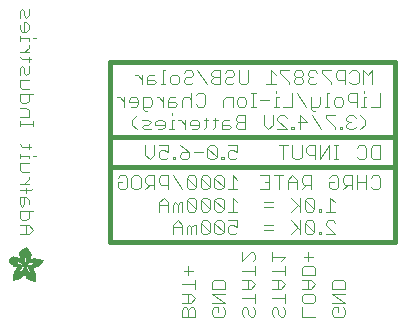
<source format=gbr>
G04 EAGLE Gerber RS-274X export*
G75*
%MOMM*%
%FSLAX34Y34*%
%LPD*%
%INSilkscreen Bottom*%
%IPPOS*%
%AMOC8*
5,1,8,0,0,1.08239X$1,22.5*%
G01*
%ADD10C,0.406400*%
%ADD11C,0.101600*%
%ADD12R,0.002600X0.063400*%
%ADD13R,0.002400X0.099000*%
%ADD14R,0.002600X0.124400*%
%ADD15R,0.002400X0.144800*%
%ADD16R,0.002400X0.162600*%
%ADD17R,0.002600X0.180200*%
%ADD18R,0.002400X0.193000*%
%ADD19R,0.002600X0.208200*%
%ADD20R,0.002400X0.221000*%
%ADD21R,0.002400X0.233600*%
%ADD22R,0.002600X0.246200*%
%ADD23R,0.002400X0.256600*%
%ADD24R,0.002600X0.266600*%
%ADD25R,0.002400X0.276800*%
%ADD26R,0.002400X0.287000*%
%ADD27R,0.002600X0.297200*%
%ADD28R,0.002400X0.304800*%
%ADD29R,0.002600X0.315000*%
%ADD30R,0.002400X0.322600*%
%ADD31R,0.002400X0.332800*%
%ADD32R,0.002600X0.340400*%
%ADD33R,0.002400X0.350400*%
%ADD34R,0.002600X0.355600*%
%ADD35R,0.002400X0.363200*%
%ADD36R,0.002400X0.370800*%
%ADD37R,0.002600X0.378400*%
%ADD38R,0.002400X0.386000*%
%ADD39R,0.002600X0.391000*%
%ADD40R,0.002400X0.398800*%
%ADD41R,0.002400X0.406400*%
%ADD42R,0.002600X0.411400*%
%ADD43R,0.002400X0.419000*%
%ADD44R,0.002600X0.426600*%
%ADD45R,0.002400X0.431800*%
%ADD46R,0.002400X0.436800*%
%ADD47R,0.002600X0.442000*%
%ADD48R,0.002400X0.447000*%
%ADD49R,0.002600X0.454600*%
%ADD50R,0.002400X0.459600*%
%ADD51R,0.002400X0.467400*%
%ADD52R,0.002600X0.469800*%
%ADD53R,0.002400X0.475000*%
%ADD54R,0.002600X0.482600*%
%ADD55R,0.002400X0.485000*%
%ADD56R,0.002400X0.490200*%
%ADD57R,0.002600X0.495200*%
%ADD58R,0.002400X0.503000*%
%ADD59R,0.002600X0.505400*%
%ADD60R,0.002400X0.510400*%
%ADD61R,0.002400X0.515600*%
%ADD62R,0.002600X0.518000*%
%ADD63R,0.002400X0.523200*%
%ADD64R,0.002600X0.525800*%
%ADD65R,0.002400X0.533400*%
%ADD66R,0.002400X0.538400*%
%ADD67R,0.002600X0.541000*%
%ADD68R,0.002400X0.546000*%
%ADD69R,0.002600X0.548600*%
%ADD70R,0.002400X0.553600*%
%ADD71R,0.002400X0.558800*%
%ADD72R,0.002600X0.561400*%
%ADD73R,0.002400X0.566400*%
%ADD74R,0.002600X0.568800*%
%ADD75R,0.002400X0.574000*%
%ADD76R,0.002400X0.576600*%
%ADD77R,0.002600X0.581600*%
%ADD78R,0.002400X0.584200*%
%ADD79R,0.002600X0.589200*%
%ADD80R,0.002400X0.591800*%
%ADD81R,0.002400X0.596800*%
%ADD82R,0.002600X0.599400*%
%ADD83R,0.002400X0.604400*%
%ADD84R,0.002600X0.604400*%
%ADD85R,0.002400X0.609600*%
%ADD86R,0.002400X0.612200*%
%ADD87R,0.002600X0.617200*%
%ADD88R,0.002400X0.619800*%
%ADD89R,0.002600X0.622200*%
%ADD90R,0.002400X0.627200*%
%ADD91R,0.002600X0.632400*%
%ADD92R,0.002400X0.635000*%
%ADD93R,0.002600X0.640000*%
%ADD94R,0.002400X0.642600*%
%ADD95R,0.002400X0.645000*%
%ADD96R,0.002600X0.647600*%
%ADD97R,0.002400X0.650200*%
%ADD98R,0.002600X0.655200*%
%ADD99R,0.002400X0.657800*%
%ADD100R,0.002600X0.662800*%
%ADD101R,0.002400X0.665400*%
%ADD102R,0.002600X0.668000*%
%ADD103R,0.002400X0.670600*%
%ADD104R,0.002400X0.673000*%
%ADD105R,0.002600X0.678200*%
%ADD106R,0.002400X0.680600*%
%ADD107R,0.002600X0.680600*%
%ADD108R,0.002400X0.685800*%
%ADD109R,0.002400X0.688400*%
%ADD110R,0.002600X0.688400*%
%ADD111R,0.002400X0.693400*%
%ADD112R,0.002600X0.696000*%
%ADD113R,0.002400X0.698400*%
%ADD114R,0.002600X0.703400*%
%ADD115R,0.002400X0.706000*%
%ADD116R,0.002600X0.706000*%
%ADD117R,0.002400X0.711200*%
%ADD118R,0.002400X0.713800*%
%ADD119R,0.002600X0.713800*%
%ADD120R,0.002400X0.716200*%
%ADD121R,0.002600X0.721200*%
%ADD122R,0.002400X0.721200*%
%ADD123R,0.002400X0.723800*%
%ADD124R,0.002600X0.723800*%
%ADD125R,0.002400X0.729000*%
%ADD126R,0.002600X0.731600*%
%ADD127R,0.002400X0.731600*%
%ADD128R,0.002400X0.734000*%
%ADD129R,0.002600X0.736600*%
%ADD130R,0.002400X0.739000*%
%ADD131R,0.002600X0.741600*%
%ADD132R,0.002400X0.741600*%
%ADD133R,0.002400X0.744200*%
%ADD134R,0.002600X0.746600*%
%ADD135R,0.002400X0.749200*%
%ADD136R,0.002600X0.751800*%
%ADD137R,0.002400X0.751800*%
%ADD138R,0.002400X0.754200*%
%ADD139R,0.002600X0.756800*%
%ADD140R,0.002400X0.759400*%
%ADD141R,0.002600X0.759400*%
%ADD142R,0.002400X0.762000*%
%ADD143R,0.002400X0.764600*%
%ADD144R,0.002600X0.764600*%
%ADD145R,0.002400X0.767000*%
%ADD146R,0.002600X0.769600*%
%ADD147R,0.002400X0.772000*%
%ADD148R,0.002600X0.774600*%
%ADD149R,0.002400X0.774600*%
%ADD150R,0.002600X0.777200*%
%ADD151R,0.002400X0.777200*%
%ADD152R,0.002400X0.205600*%
%ADD153R,0.002400X0.779800*%
%ADD154R,0.002600X0.309800*%
%ADD155R,0.002600X0.782400*%
%ADD156R,0.002400X0.381000*%
%ADD157R,0.002400X0.784800*%
%ADD158R,0.002600X0.409000*%
%ADD159R,0.002600X0.784800*%
%ADD160R,0.002400X0.787400*%
%ADD161R,0.002400X0.452000*%
%ADD162R,0.002600X0.790000*%
%ADD163R,0.002400X0.487600*%
%ADD164R,0.002400X0.790000*%
%ADD165R,0.002600X0.502800*%
%ADD166R,0.002600X0.792400*%
%ADD167R,0.002400X0.518000*%
%ADD168R,0.002400X0.792400*%
%ADD169R,0.002400X0.530800*%
%ADD170R,0.002400X0.795000*%
%ADD171R,0.002600X0.795000*%
%ADD172R,0.002400X0.797600*%
%ADD173R,0.002600X0.563800*%
%ADD174R,0.002600X0.797600*%
%ADD175R,0.002400X0.800000*%
%ADD176R,0.002400X0.586600*%
%ADD177R,0.002600X0.596800*%
%ADD178R,0.002600X0.802600*%
%ADD179R,0.002400X0.604600*%
%ADD180R,0.002400X0.805200*%
%ADD181R,0.002600X0.612200*%
%ADD182R,0.002600X0.807600*%
%ADD183R,0.002400X0.622200*%
%ADD184R,0.002400X0.807600*%
%ADD185R,0.002400X0.630000*%
%ADD186R,0.002400X0.810200*%
%ADD187R,0.002600X0.637600*%
%ADD188R,0.002600X0.810200*%
%ADD189R,0.002400X0.647600*%
%ADD190R,0.002400X0.812800*%
%ADD191R,0.002600X0.652800*%
%ADD192R,0.002600X0.812800*%
%ADD193R,0.002400X0.815200*%
%ADD194R,0.002600X0.673000*%
%ADD195R,0.002600X0.815200*%
%ADD196R,0.002400X0.817800*%
%ADD197R,0.002600X0.683200*%
%ADD198R,0.002600X0.817800*%
%ADD199R,0.002400X0.690800*%
%ADD200R,0.002400X0.820400*%
%ADD201R,0.002400X0.696000*%
%ADD202R,0.002600X0.703600*%
%ADD203R,0.002600X0.820400*%
%ADD204R,0.002400X0.708600*%
%ADD205R,0.002400X0.823000*%
%ADD206R,0.002600X0.728800*%
%ADD207R,0.002600X0.825400*%
%ADD208R,0.002400X0.825400*%
%ADD209R,0.002600X0.739000*%
%ADD210R,0.002600X0.828000*%
%ADD211R,0.002400X0.828000*%
%ADD212R,0.002600X0.749200*%
%ADD213R,0.002600X0.830600*%
%ADD214R,0.002400X0.754400*%
%ADD215R,0.002400X0.830600*%
%ADD216R,0.002600X0.833200*%
%ADD217R,0.002400X0.764400*%
%ADD218R,0.002400X0.833200*%
%ADD219R,0.002600X0.835600*%
%ADD220R,0.002400X0.833000*%
%ADD221R,0.002400X0.782400*%
%ADD222R,0.002400X0.835600*%
%ADD223R,0.002600X0.787400*%
%ADD224R,0.002600X0.838200*%
%ADD225R,0.002400X0.789800*%
%ADD226R,0.002400X0.838200*%
%ADD227R,0.002600X0.840600*%
%ADD228R,0.002400X0.797400*%
%ADD229R,0.002400X0.840600*%
%ADD230R,0.002600X0.805200*%
%ADD231R,0.002600X0.840800*%
%ADD232R,0.002400X0.840800*%
%ADD233R,0.002600X0.843200*%
%ADD234R,0.002400X0.843200*%
%ADD235R,0.002400X0.815400*%
%ADD236R,0.002600X0.845800*%
%ADD237R,0.002400X0.845800*%
%ADD238R,0.002600X0.830400*%
%ADD239R,0.002600X0.848200*%
%ADD240R,0.002400X0.848200*%
%ADD241R,0.002400X0.848400*%
%ADD242R,0.002600X0.848400*%
%ADD243R,0.002400X0.850800*%
%ADD244R,0.002600X0.853400*%
%ADD245R,0.002600X0.850800*%
%ADD246R,0.002400X0.856000*%
%ADD247R,0.002600X0.861000*%
%ADD248R,0.002400X0.863600*%
%ADD249R,0.002600X0.866000*%
%ADD250R,0.002400X0.868600*%
%ADD251R,0.002600X0.871200*%
%ADD252R,0.002400X0.873600*%
%ADD253R,0.002400X0.853400*%
%ADD254R,0.002400X0.876200*%
%ADD255R,0.002600X0.876200*%
%ADD256R,0.002400X0.881400*%
%ADD257R,0.002600X0.883800*%
%ADD258R,0.002400X0.886400*%
%ADD259R,0.002400X0.889000*%
%ADD260R,0.002600X0.891600*%
%ADD261R,0.002400X0.891400*%
%ADD262R,0.002600X0.894000*%
%ADD263R,0.002400X0.896600*%
%ADD264R,0.002400X0.899000*%
%ADD265R,0.002600X0.901600*%
%ADD266R,0.002600X0.856000*%
%ADD267R,0.002400X0.904200*%
%ADD268R,0.002600X0.904200*%
%ADD269R,0.002400X0.909200*%
%ADD270R,0.002400X0.911800*%
%ADD271R,0.002600X0.914400*%
%ADD272R,0.002400X0.916800*%
%ADD273R,0.002600X0.919400*%
%ADD274R,0.002400X0.919400*%
%ADD275R,0.002400X0.922000*%
%ADD276R,0.002600X0.924600*%
%ADD277R,0.002400X0.927000*%
%ADD278R,0.002600X0.929600*%
%ADD279R,0.002400X0.932200*%
%ADD280R,0.002600X0.934600*%
%ADD281R,0.002400X0.937200*%
%ADD282R,0.002600X0.939800*%
%ADD283R,0.002400X0.942200*%
%ADD284R,0.002400X0.942400*%
%ADD285R,0.002600X0.944800*%
%ADD286R,0.002400X0.947400*%
%ADD287R,0.002600X0.950000*%
%ADD288R,0.002400X0.952400*%
%ADD289R,0.002400X0.955000*%
%ADD290R,0.002600X0.952400*%
%ADD291R,0.002600X0.957400*%
%ADD292R,0.002600X0.365600*%
%ADD293R,0.002600X0.462200*%
%ADD294R,0.002400X0.960000*%
%ADD295R,0.002400X0.358000*%
%ADD296R,0.002400X0.454600*%
%ADD297R,0.002400X0.962600*%
%ADD298R,0.002400X0.353000*%
%ADD299R,0.002400X0.452200*%
%ADD300R,0.002600X0.965200*%
%ADD301R,0.002600X0.350400*%
%ADD302R,0.002600X0.447000*%
%ADD303R,0.002400X0.965200*%
%ADD304R,0.002400X0.348000*%
%ADD305R,0.002400X0.444400*%
%ADD306R,0.002600X0.967600*%
%ADD307R,0.002600X0.345400*%
%ADD308R,0.002600X0.439400*%
%ADD309R,0.002400X0.970200*%
%ADD310R,0.002400X0.342800*%
%ADD311R,0.002400X0.340200*%
%ADD312R,0.002600X0.972800*%
%ADD313R,0.002600X0.337800*%
%ADD314R,0.002600X0.429200*%
%ADD315R,0.002400X0.972800*%
%ADD316R,0.002400X0.335200*%
%ADD317R,0.002400X0.429200*%
%ADD318R,0.002600X0.975400*%
%ADD319R,0.002600X0.332600*%
%ADD320R,0.002600X0.424200*%
%ADD321R,0.002400X0.977800*%
%ADD322R,0.002400X0.424200*%
%ADD323R,0.002600X0.980400*%
%ADD324R,0.002600X0.330200*%
%ADD325R,0.002600X0.419000*%
%ADD326R,0.002400X0.980400*%
%ADD327R,0.002400X0.327600*%
%ADD328R,0.002400X0.414000*%
%ADD329R,0.002600X0.983000*%
%ADD330R,0.002600X0.327600*%
%ADD331R,0.002600X0.414000*%
%ADD332R,0.002400X0.983000*%
%ADD333R,0.002400X0.325000*%
%ADD334R,0.002400X0.985400*%
%ADD335R,0.002400X0.409000*%
%ADD336R,0.002600X0.988000*%
%ADD337R,0.002600X0.322600*%
%ADD338R,0.002400X0.322400*%
%ADD339R,0.002600X0.320000*%
%ADD340R,0.002600X0.403800*%
%ADD341R,0.002400X0.990600*%
%ADD342R,0.002400X0.317400*%
%ADD343R,0.002400X0.401200*%
%ADD344R,0.002600X0.990600*%
%ADD345R,0.002600X0.317400*%
%ADD346R,0.002600X0.398800*%
%ADD347R,0.002400X0.315000*%
%ADD348R,0.002400X0.396200*%
%ADD349R,0.002600X0.993000*%
%ADD350R,0.002600X0.393600*%
%ADD351R,0.002400X0.993000*%
%ADD352R,0.002400X0.312400*%
%ADD353R,0.002400X0.393600*%
%ADD354R,0.002600X0.312400*%
%ADD355R,0.002600X0.391200*%
%ADD356R,0.002400X0.309800*%
%ADD357R,0.002400X0.388600*%
%ADD358R,0.002600X1.305600*%
%ADD359R,0.002600X0.386000*%
%ADD360R,0.002400X1.300400*%
%ADD361R,0.002400X1.298000*%
%ADD362R,0.002400X0.383400*%
%ADD363R,0.002600X1.298000*%
%ADD364R,0.002600X0.383400*%
%ADD365R,0.002400X1.295400*%
%ADD366R,0.002600X1.292800*%
%ADD367R,0.002600X0.381000*%
%ADD368R,0.002400X1.290200*%
%ADD369R,0.002400X0.378400*%
%ADD370R,0.002600X1.285200*%
%ADD371R,0.002400X1.285200*%
%ADD372R,0.002400X0.373400*%
%ADD373R,0.002600X1.282600*%
%ADD374R,0.002600X0.373400*%
%ADD375R,0.002400X1.282600*%
%ADD376R,0.002400X1.277600*%
%ADD377R,0.002600X1.277600*%
%ADD378R,0.002600X0.368200*%
%ADD379R,0.002400X1.275000*%
%ADD380R,0.002400X0.368200*%
%ADD381R,0.002600X1.272400*%
%ADD382R,0.002600X0.365800*%
%ADD383R,0.002400X1.270000*%
%ADD384R,0.002400X0.365800*%
%ADD385R,0.002600X1.265000*%
%ADD386R,0.002600X0.363200*%
%ADD387R,0.002400X1.265000*%
%ADD388R,0.002600X1.262400*%
%ADD389R,0.002600X0.360600*%
%ADD390R,0.002400X1.259800*%
%ADD391R,0.002400X0.360600*%
%ADD392R,0.002400X1.257200*%
%ADD393R,0.002600X1.257200*%
%ADD394R,0.002600X0.358000*%
%ADD395R,0.002400X1.254800*%
%ADD396R,0.002400X0.355600*%
%ADD397R,0.002600X1.252200*%
%ADD398R,0.002400X1.252200*%
%ADD399R,0.002400X1.247000*%
%ADD400R,0.002600X1.247000*%
%ADD401R,0.002600X0.353000*%
%ADD402R,0.002600X1.242000*%
%ADD403R,0.002400X1.242000*%
%ADD404R,0.002400X1.239400*%
%ADD405R,0.002600X1.237000*%
%ADD406R,0.002600X0.347800*%
%ADD407R,0.002400X1.237000*%
%ADD408R,0.002400X0.347800*%
%ADD409R,0.002600X1.231800*%
%ADD410R,0.002400X1.231800*%
%ADD411R,0.002400X0.345400*%
%ADD412R,0.002600X1.226800*%
%ADD413R,0.002400X1.226800*%
%ADD414R,0.002600X1.224200*%
%ADD415R,0.002600X0.342800*%
%ADD416R,0.002400X1.221600*%
%ADD417R,0.002400X0.340400*%
%ADD418R,0.002600X1.219200*%
%ADD419R,0.002400X1.216600*%
%ADD420R,0.002400X0.337800*%
%ADD421R,0.002600X1.214200*%
%ADD422R,0.002400X1.214200*%
%ADD423R,0.002400X1.209000*%
%ADD424R,0.002600X1.209000*%
%ADD425R,0.002600X0.335200*%
%ADD426R,0.002600X1.206400*%
%ADD427R,0.002400X0.652800*%
%ADD428R,0.002400X0.083800*%
%ADD429R,0.002400X0.505400*%
%ADD430R,0.002400X0.134600*%
%ADD431R,0.002600X0.497800*%
%ADD432R,0.002600X0.332800*%
%ADD433R,0.002600X0.167600*%
%ADD434R,0.002400X0.632400*%
%ADD435R,0.002400X0.330200*%
%ADD436R,0.002400X0.195400*%
%ADD437R,0.002600X0.629800*%
%ADD438R,0.002600X0.223400*%
%ADD439R,0.002400X0.624800*%
%ADD440R,0.002400X0.474800*%
%ADD441R,0.002400X0.246400*%
%ADD442R,0.002400X0.469800*%
%ADD443R,0.002400X0.264000*%
%ADD444R,0.002600X0.619600*%
%ADD445R,0.002600X0.284400*%
%ADD446R,0.002400X0.617200*%
%ADD447R,0.002400X0.457200*%
%ADD448R,0.002400X0.302200*%
%ADD449R,0.002600X0.614600*%
%ADD450R,0.002600X0.452000*%
%ADD451R,0.002600X0.325000*%
%ADD452R,0.002400X0.439400*%
%ADD453R,0.002600X0.609600*%
%ADD454R,0.002600X0.434400*%
%ADD455R,0.002600X0.322400*%
%ADD456R,0.002400X0.602000*%
%ADD457R,0.002400X0.416400*%
%ADD458R,0.002400X0.599400*%
%ADD459R,0.002400X0.408800*%
%ADD460R,0.002400X0.320000*%
%ADD461R,0.002400X0.441800*%
%ADD462R,0.002600X0.401200*%
%ADD463R,0.002400X0.464800*%
%ADD464R,0.002400X0.594200*%
%ADD465R,0.002600X0.591800*%
%ADD466R,0.002600X0.487600*%
%ADD467R,0.002400X0.594400*%
%ADD468R,0.002400X0.495200*%
%ADD469R,0.002600X0.508000*%
%ADD470R,0.002400X0.518200*%
%ADD471R,0.002400X0.589200*%
%ADD472R,0.002400X0.375800*%
%ADD473R,0.002400X0.528400*%
%ADD474R,0.002600X0.370800*%
%ADD475R,0.002600X0.538400*%
%ADD476R,0.002600X0.586600*%
%ADD477R,0.002600X0.556200*%
%ADD478R,0.002400X0.314800*%
%ADD479R,0.002600X0.586800*%
%ADD480R,0.002600X0.584200*%
%ADD481R,0.002600X0.602000*%
%ADD482R,0.002400X0.581600*%
%ADD483R,0.002400X0.619600*%
%ADD484R,0.002600X0.627400*%
%ADD485R,0.002600X0.307200*%
%ADD486R,0.002600X0.642600*%
%ADD487R,0.002400X0.579200*%
%ADD488R,0.002400X0.307400*%
%ADD489R,0.002600X0.579000*%
%ADD490R,0.002600X0.307400*%
%ADD491R,0.002600X0.665400*%
%ADD492R,0.002400X0.307200*%
%ADD493R,0.002600X0.314800*%
%ADD494R,0.002600X0.304800*%
%ADD495R,0.002400X0.576400*%
%ADD496R,0.002600X0.576600*%
%ADD497R,0.002400X0.713600*%
%ADD498R,0.002600X0.574000*%
%ADD499R,0.002600X0.302200*%
%ADD500R,0.002600X0.721400*%
%ADD501R,0.002400X0.299600*%
%ADD502R,0.002400X0.297200*%
%ADD503R,0.002400X0.736600*%
%ADD504R,0.002600X0.292000*%
%ADD505R,0.002400X0.289600*%
%ADD506R,0.002400X0.746800*%
%ADD507R,0.002600X0.571400*%
%ADD508R,0.002600X0.287000*%
%ADD509R,0.002600X0.299800*%
%ADD510R,0.002600X0.754400*%
%ADD511R,0.002400X0.284400*%
%ADD512R,0.002400X1.061800*%
%ADD513R,0.002400X0.571400*%
%ADD514R,0.002400X0.282000*%
%ADD515R,0.002400X1.066800*%
%ADD516R,0.002600X0.279400*%
%ADD517R,0.002600X1.066800*%
%ADD518R,0.002400X1.071800*%
%ADD519R,0.002600X0.274200*%
%ADD520R,0.002600X1.074400*%
%ADD521R,0.002400X0.274200*%
%ADD522R,0.002400X1.076800*%
%ADD523R,0.002400X0.569000*%
%ADD524R,0.002400X0.271800*%
%ADD525R,0.002400X1.079400*%
%ADD526R,0.002600X0.269200*%
%ADD527R,0.002600X1.082000*%
%ADD528R,0.002400X0.266600*%
%ADD529R,0.002400X1.087000*%
%ADD530R,0.002600X0.569000*%
%ADD531R,0.002600X0.264200*%
%ADD532R,0.002600X1.087000*%
%ADD533R,0.002400X0.568800*%
%ADD534R,0.002400X0.261600*%
%ADD535R,0.002400X1.092200*%
%ADD536R,0.002400X0.259000*%
%ADD537R,0.002400X1.094800*%
%ADD538R,0.002600X0.566400*%
%ADD539R,0.002600X0.256600*%
%ADD540R,0.002600X1.097200*%
%ADD541R,0.002400X1.099800*%
%ADD542R,0.002600X0.254000*%
%ADD543R,0.002600X1.104800*%
%ADD544R,0.002400X0.251400*%
%ADD545R,0.002400X1.104800*%
%ADD546R,0.002400X0.248800*%
%ADD547R,0.002400X1.110000*%
%ADD548R,0.002600X0.246400*%
%ADD549R,0.002600X1.112400*%
%ADD550R,0.002400X1.115000*%
%ADD551R,0.002600X1.117600*%
%ADD552R,0.002400X0.563800*%
%ADD553R,0.002400X0.243800*%
%ADD554R,0.002400X1.122600*%
%ADD555R,0.002400X0.241200*%
%ADD556R,0.002600X0.241200*%
%ADD557R,0.002600X1.127800*%
%ADD558R,0.002400X0.238600*%
%ADD559R,0.002400X1.130200*%
%ADD560R,0.002600X0.236200*%
%ADD561R,0.002600X1.132800*%
%ADD562R,0.002400X0.561400*%
%ADD563R,0.002400X1.137800*%
%ADD564R,0.002400X0.561200*%
%ADD565R,0.002600X0.561200*%
%ADD566R,0.002600X0.233600*%
%ADD567R,0.002600X1.143000*%
%ADD568R,0.002400X0.231200*%
%ADD569R,0.002400X1.145600*%
%ADD570R,0.002600X0.231200*%
%ADD571R,0.002600X1.148000*%
%ADD572R,0.002400X0.228600*%
%ADD573R,0.002400X1.153200*%
%ADD574R,0.002400X0.226000*%
%ADD575R,0.002600X0.558800*%
%ADD576R,0.002600X0.228600*%
%ADD577R,0.002600X1.158200*%
%ADD578R,0.002400X1.160800*%
%ADD579R,0.002600X1.165800*%
%ADD580R,0.002400X0.223400*%
%ADD581R,0.002400X1.168400*%
%ADD582R,0.002400X1.171000*%
%ADD583R,0.002600X1.176000*%
%ADD584R,0.002400X0.220800*%
%ADD585R,0.002400X1.176000*%
%ADD586R,0.002600X0.221000*%
%ADD587R,0.002600X1.181000*%
%ADD588R,0.002400X1.186200*%
%ADD589R,0.002400X0.218400*%
%ADD590R,0.002400X1.188600*%
%ADD591R,0.002600X1.193800*%
%ADD592R,0.002400X1.196200*%
%ADD593R,0.002600X1.201400*%
%ADD594R,0.002400X0.556200*%
%ADD595R,0.002400X1.206400*%
%ADD596R,0.002600X0.218400*%
%ADD597R,0.002600X1.221600*%
%ADD598R,0.002400X0.553800*%
%ADD599R,0.002400X0.223600*%
%ADD600R,0.002600X0.553600*%
%ADD601R,0.002600X0.226000*%
%ADD602R,0.002600X0.551200*%
%ADD603R,0.002600X0.231000*%
%ADD604R,0.002600X1.249600*%
%ADD605R,0.002400X0.551200*%
%ADD606R,0.002400X0.236200*%
%ADD607R,0.002400X1.513800*%
%ADD608R,0.002600X1.513800*%
%ADD609R,0.002400X0.551000*%
%ADD610R,0.002600X1.516200*%
%ADD611R,0.002400X1.516400*%
%ADD612R,0.002600X0.551000*%
%ADD613R,0.002600X1.518800*%
%ADD614R,0.002400X1.519000*%
%ADD615R,0.002600X1.519000*%
%ADD616R,0.002400X1.521400*%
%ADD617R,0.002600X1.521400*%
%ADD618R,0.002400X1.524000*%
%ADD619R,0.002600X1.524000*%
%ADD620R,0.002400X1.526400*%
%ADD621R,0.002600X1.526600*%
%ADD622R,0.002400X1.529000*%
%ADD623R,0.002600X1.529000*%
%ADD624R,0.002400X1.531600*%
%ADD625R,0.002600X1.534200*%
%ADD626R,0.002400X1.536600*%
%ADD627R,0.002600X1.539200*%
%ADD628R,0.002400X1.541800*%
%ADD629R,0.002600X1.544200*%
%ADD630R,0.002400X1.549400*%
%ADD631R,0.002600X1.549400*%
%ADD632R,0.002400X1.554400*%
%ADD633R,0.002400X1.557000*%
%ADD634R,0.002600X0.594400*%
%ADD635R,0.002600X1.559400*%
%ADD636R,0.002400X1.564600*%
%ADD637R,0.002600X0.604600*%
%ADD638R,0.002600X1.567200*%
%ADD639R,0.002400X1.572200*%
%ADD640R,0.002400X0.614600*%
%ADD641R,0.002400X1.577200*%
%ADD642R,0.002400X0.525800*%
%ADD643R,0.002400X0.906800*%
%ADD644R,0.002600X1.168400*%
%ADD645R,0.002600X0.889000*%
%ADD646R,0.002400X1.155600*%
%ADD647R,0.002400X1.143000*%
%ADD648R,0.002400X0.866200*%
%ADD649R,0.002600X1.130200*%
%ADD650R,0.002400X1.120000*%
%ADD651R,0.002600X1.110000*%
%ADD652R,0.002600X1.084600*%
%ADD653R,0.002600X1.071800*%
%ADD654R,0.002400X1.064200*%
%ADD655R,0.002400X0.807800*%
%ADD656R,0.002400X1.059200*%
%ADD657R,0.002400X0.802600*%
%ADD658R,0.002600X1.054000*%
%ADD659R,0.002600X0.800000*%
%ADD660R,0.002400X1.049000*%
%ADD661R,0.002600X1.046400*%
%ADD662R,0.002400X1.041400*%
%ADD663R,0.002400X1.038800*%
%ADD664R,0.002600X1.033800*%
%ADD665R,0.002400X1.031200*%
%ADD666R,0.002600X1.028600*%
%ADD667R,0.002400X1.026000*%
%ADD668R,0.002400X0.782200*%
%ADD669R,0.002400X1.026200*%
%ADD670R,0.002600X1.023600*%
%ADD671R,0.002600X0.782200*%
%ADD672R,0.002400X1.021000*%
%ADD673R,0.002600X1.021000*%
%ADD674R,0.002400X1.018400*%
%ADD675R,0.002600X1.018400*%
%ADD676R,0.002400X1.023600*%
%ADD677R,0.002600X1.026200*%
%ADD678R,0.002400X1.028600*%
%ADD679R,0.002600X1.033600*%
%ADD680R,0.002600X0.797400*%
%ADD681R,0.002400X1.033600*%
%ADD682R,0.002600X1.036200*%
%ADD683R,0.002400X1.046400*%
%ADD684R,0.002600X1.049000*%
%ADD685R,0.002400X1.054000*%
%ADD686R,0.002600X1.056600*%
%ADD687R,0.002400X1.061600*%
%ADD688R,0.002400X0.822800*%
%ADD689R,0.002400X1.097200*%
%ADD690R,0.002600X0.858400*%
%ADD691R,0.002600X1.122600*%
%ADD692R,0.002400X0.878800*%
%ADD693R,0.002400X1.140400*%
%ADD694R,0.002400X0.883800*%
%ADD695R,0.002400X0.901600*%
%ADD696R,0.002600X1.170800*%
%ADD697R,0.002600X0.909200*%
%ADD698R,0.002400X1.181000*%
%ADD699R,0.002400X1.196400*%
%ADD700R,0.002400X0.929600*%
%ADD701R,0.002400X1.221800*%
%ADD702R,0.002400X0.949800*%
%ADD703R,0.002600X0.962600*%
%ADD704R,0.002400X0.975400*%
%ADD705R,0.002400X1.272400*%
%ADD706R,0.002600X1.290400*%
%ADD707R,0.002600X1.008200*%
%ADD708R,0.002400X1.318200*%
%ADD709R,0.002600X1.361400*%
%ADD710R,0.002400X2.491600*%
%ADD711R,0.002400X2.494200*%
%ADD712R,0.002600X2.499400*%
%ADD713R,0.002400X2.501800*%
%ADD714R,0.002600X2.504400*%
%ADD715R,0.002400X2.509400*%
%ADD716R,0.002400X2.512000*%
%ADD717R,0.002600X2.517200*%
%ADD718R,0.002400X2.519600*%
%ADD719R,0.002600X2.524800*%
%ADD720R,0.002400X2.527200*%
%ADD721R,0.002400X2.529800*%
%ADD722R,0.002600X2.535000*%
%ADD723R,0.002400X1.673800*%
%ADD724R,0.002600X1.661200*%
%ADD725R,0.002400X1.653400*%
%ADD726R,0.002400X1.645800*%
%ADD727R,0.002600X1.638200*%
%ADD728R,0.002400X1.635800*%
%ADD729R,0.002600X0.779800*%
%ADD730R,0.002600X1.630600*%
%ADD731R,0.002400X1.625600*%
%ADD732R,0.002400X0.772200*%
%ADD733R,0.002400X1.620400*%
%ADD734R,0.002600X1.618000*%
%ADD735R,0.002400X1.612800*%
%ADD736R,0.002600X0.764400*%
%ADD737R,0.002600X1.610200*%
%ADD738R,0.002400X1.607800*%
%ADD739R,0.002400X1.602600*%
%ADD740R,0.002600X0.757000*%
%ADD741R,0.002600X1.600200*%
%ADD742R,0.002400X1.597600*%
%ADD743R,0.002600X1.595000*%
%ADD744R,0.002400X1.592600*%
%ADD745R,0.002400X1.590000*%
%ADD746R,0.002600X0.746800*%
%ADD747R,0.002600X1.587400*%
%ADD748R,0.002400X1.585000*%
%ADD749R,0.002600X0.744200*%
%ADD750R,0.002600X1.582400*%
%ADD751R,0.002400X1.579800*%
%ADD752R,0.002600X1.577200*%
%ADD753R,0.002400X1.574800*%
%ADD754R,0.002600X0.734000*%
%ADD755R,0.002600X1.574800*%
%ADD756R,0.002400X1.338600*%
%ADD757R,0.002400X0.731400*%
%ADD758R,0.002400X1.323200*%
%ADD759R,0.002600X0.731400*%
%ADD760R,0.002600X0.213200*%
%ADD761R,0.002600X1.315600*%
%ADD762R,0.002400X0.210800*%
%ADD763R,0.002400X1.308000*%
%ADD764R,0.002600X0.726400*%
%ADD765R,0.002600X0.210800*%
%ADD766R,0.002600X1.300400*%
%ADD767R,0.002400X0.721400*%
%ADD768R,0.002400X0.208200*%
%ADD769R,0.002400X0.718800*%
%ADD770R,0.002600X0.716200*%
%ADD771R,0.002400X1.267400*%
%ADD772R,0.002600X0.713600*%
%ADD773R,0.002600X1.254800*%
%ADD774R,0.002400X1.249600*%
%ADD775R,0.002600X0.711200*%
%ADD776R,0.002600X1.244600*%
%ADD777R,0.002400X0.706200*%
%ADD778R,0.002400X0.213400*%
%ADD779R,0.002400X0.213200*%
%ADD780R,0.002600X0.215800*%
%ADD781R,0.002600X1.221800*%
%ADD782R,0.002400X0.701000*%
%ADD783R,0.002400X0.215800*%
%ADD784R,0.002400X1.219200*%
%ADD785R,0.002400X1.214000*%
%ADD786R,0.002600X0.701000*%
%ADD787R,0.002600X0.223600*%
%ADD788R,0.002600X1.198800*%
%ADD789R,0.002400X0.695800*%
%ADD790R,0.002400X1.193800*%
%ADD791R,0.002400X1.188800*%
%ADD792R,0.002600X0.695800*%
%ADD793R,0.002600X1.186200*%
%ADD794R,0.002600X0.690800*%
%ADD795R,0.002600X1.178400*%
%ADD796R,0.002400X0.238800*%
%ADD797R,0.002400X1.173400*%
%ADD798R,0.002400X0.688200*%
%ADD799R,0.002600X0.688200*%
%ADD800R,0.002600X1.163200*%
%ADD801R,0.002400X1.158200*%
%ADD802R,0.002600X0.685800*%
%ADD803R,0.002600X1.155600*%
%ADD804R,0.002400X1.150600*%
%ADD805R,0.002400X0.683200*%
%ADD806R,0.002400X1.145400*%
%ADD807R,0.002400X0.256400*%
%ADD808R,0.002400X1.135400*%
%ADD809R,0.002600X0.261600*%
%ADD810R,0.002400X1.127600*%
%ADD811R,0.002400X1.125200*%
%ADD812R,0.002600X1.120000*%
%ADD813R,0.002400X0.678200*%
%ADD814R,0.002400X1.107400*%
%ADD815R,0.002400X0.675600*%
%ADD816R,0.002400X1.102200*%
%ADD817R,0.002600X1.099800*%
%ADD818R,0.002600X0.675600*%
%ADD819R,0.002600X1.089600*%
%ADD820R,0.002400X0.294600*%
%ADD821R,0.002400X1.084400*%
%ADD822R,0.002400X1.082000*%
%ADD823R,0.002600X1.076800*%
%ADD824R,0.002600X1.069200*%
%ADD825R,0.002400X1.051400*%
%ADD826R,0.002400X0.670400*%
%ADD827R,0.002600X0.670600*%
%ADD828R,0.002600X1.031200*%
%ADD829R,0.002600X0.670400*%
%ADD830R,0.002400X1.016000*%
%ADD831R,0.002600X1.010800*%
%ADD832R,0.002400X0.376000*%
%ADD833R,0.002400X1.005800*%
%ADD834R,0.002600X1.000800*%
%ADD835R,0.002400X0.998200*%
%ADD836R,0.002400X0.391200*%
%ADD837R,0.002600X0.396200*%
%ADD838R,0.002400X0.401400*%
%ADD839R,0.002600X0.406400*%
%ADD840R,0.002600X0.977800*%
%ADD841R,0.002400X0.421600*%
%ADD842R,0.002600X0.955000*%
%ADD843R,0.002400X0.950000*%
%ADD844R,0.002400X0.944800*%
%ADD845R,0.002600X0.942200*%
%ADD846R,0.002400X0.467200*%
%ADD847R,0.002600X0.477400*%
%ADD848R,0.002600X0.530800*%
%ADD849R,0.002600X0.906800*%
%ADD850R,0.002400X1.325800*%
%ADD851R,0.002400X0.894000*%
%ADD852R,0.002600X1.325800*%
%ADD853R,0.002400X1.328400*%
%ADD854R,0.002600X1.328400*%
%ADD855R,0.002600X0.881400*%
%ADD856R,0.002400X1.333400*%
%ADD857R,0.002600X1.333400*%
%ADD858R,0.002600X0.863600*%
%ADD859R,0.002400X0.858400*%
%ADD860R,0.002600X1.336000*%
%ADD861R,0.002600X1.338600*%
%ADD862R,0.002600X0.833000*%
%ADD863R,0.002400X1.343600*%
%ADD864R,0.002600X1.343600*%
%ADD865R,0.002400X0.365600*%
%ADD866R,0.002400X1.346200*%
%ADD867R,0.002600X1.348800*%
%ADD868R,0.002400X1.348800*%
%ADD869R,0.002600X1.351200*%
%ADD870R,0.002400X1.351200*%
%ADD871R,0.002400X0.269200*%
%ADD872R,0.002400X1.353800*%
%ADD873R,0.002400X0.249000*%
%ADD874R,0.002600X1.353800*%
%ADD875R,0.002600X0.340200*%
%ADD876R,0.002400X1.356200*%
%ADD877R,0.002600X1.358800*%
%ADD878R,0.002600X0.198200*%
%ADD879R,0.002400X1.358800*%
%ADD880R,0.002400X0.180200*%
%ADD881R,0.002400X0.157400*%
%ADD882R,0.002600X0.132000*%
%ADD883R,0.002400X1.364000*%
%ADD884R,0.002400X0.101600*%
%ADD885R,0.002600X1.364000*%
%ADD886R,0.002600X0.050800*%
%ADD887R,0.002400X1.369000*%
%ADD888R,0.002600X1.369000*%
%ADD889R,0.002600X1.371600*%
%ADD890R,0.002400X1.374200*%
%ADD891R,0.002600X1.376600*%
%ADD892R,0.002400X1.376600*%
%ADD893R,0.002600X1.379200*%
%ADD894R,0.002400X1.381800*%
%ADD895R,0.002600X1.381800*%
%ADD896R,0.002400X1.386800*%
%ADD897R,0.002600X1.386800*%
%ADD898R,0.002600X0.294600*%
%ADD899R,0.002400X1.389200*%
%ADD900R,0.002600X1.389200*%
%ADD901R,0.002400X1.394400*%
%ADD902R,0.002400X0.292000*%
%ADD903R,0.002600X1.394400*%
%ADD904R,0.002400X1.397000*%
%ADD905R,0.002600X1.397000*%
%ADD906R,0.002400X1.402000*%
%ADD907R,0.002600X1.402000*%
%ADD908R,0.002600X0.289600*%
%ADD909R,0.002400X1.404600*%
%ADD910R,0.002600X1.407000*%
%ADD911R,0.002400X1.409600*%
%ADD912R,0.002600X1.412200*%
%ADD913R,0.002400X1.412200*%
%ADD914R,0.002600X1.414800*%
%ADD915R,0.002400X1.417200*%
%ADD916R,0.002600X1.419800*%
%ADD917R,0.002400X1.419800*%
%ADD918R,0.002400X1.422400*%
%ADD919R,0.002600X1.424800*%
%ADD920R,0.002400X1.424800*%
%ADD921R,0.002600X1.051400*%
%ADD922R,0.002600X0.375800*%
%ADD923R,0.002400X1.044000*%
%ADD924R,0.002400X0.383600*%
%ADD925R,0.002600X1.041400*%
%ADD926R,0.002600X0.299600*%
%ADD927R,0.002600X1.038800*%
%ADD928R,0.002600X0.388600*%
%ADD929R,0.002400X1.036200*%
%ADD930R,0.002600X0.398600*%
%ADD931R,0.002400X0.398600*%
%ADD932R,0.002600X1.018600*%
%ADD933R,0.002400X0.403800*%
%ADD934R,0.002600X1.013400*%
%ADD935R,0.002400X1.008400*%
%ADD936R,0.002400X0.411400*%
%ADD937R,0.002600X1.005800*%
%ADD938R,0.002400X1.003200*%
%ADD939R,0.002600X0.421600*%
%ADD940R,0.002400X0.426800*%
%ADD941R,0.002400X0.995600*%
%ADD942R,0.002600X0.441800*%
%ADD943R,0.002400X0.988000*%
%ADD944R,0.002600X0.985400*%
%ADD945R,0.002400X0.975200*%
%ADD946R,0.002600X0.970200*%
%ADD947R,0.002400X0.967600*%
%ADD948R,0.002600X0.960000*%
%ADD949R,0.002600X0.805000*%
%ADD950R,0.002400X0.957400*%
%ADD951R,0.002600X0.947400*%
%ADD952R,0.002400X0.934600*%
%ADD953R,0.002600X0.927000*%
%ADD954R,0.002400X0.924600*%
%ADD955R,0.002400X0.917000*%
%ADD956R,0.002600X0.891400*%
%ADD957R,0.002400X0.861000*%
%ADD958R,0.002600X0.789800*%
%ADD959R,0.002600X0.772200*%
%ADD960R,0.002600X0.772000*%
%ADD961R,0.002400X0.726400*%
%ADD962R,0.002400X0.769600*%
%ADD963R,0.002600X0.718800*%
%ADD964R,0.002600X0.767000*%
%ADD965R,0.002400X0.660400*%
%ADD966R,0.002600X0.650200*%
%ADD967R,0.002400X0.637400*%
%ADD968R,0.002400X0.607000*%
%ADD969R,0.002400X0.535800*%
%ADD970R,0.002400X0.756800*%
%ADD971R,0.002400X0.061000*%
%ADD972R,0.002400X0.746600*%
%ADD973R,0.002600X0.729000*%
%ADD974R,0.002400X0.703600*%
%ADD975R,0.002600X0.698400*%
%ADD976R,0.002600X0.693400*%
%ADD977R,0.002400X0.680800*%
%ADD978R,0.002600X0.680800*%
%ADD979R,0.002400X0.668000*%
%ADD980R,0.002400X0.663000*%
%ADD981R,0.002600X0.663000*%
%ADD982R,0.002400X0.655200*%
%ADD983R,0.002600X0.652600*%
%ADD984R,0.002400X0.652600*%
%ADD985R,0.002400X0.645200*%
%ADD986R,0.002600X0.645200*%
%ADD987R,0.002400X0.640000*%
%ADD988R,0.002600X0.635000*%
%ADD989R,0.002400X0.629800*%
%ADD990R,0.002400X0.627400*%
%ADD991R,0.002600X0.612000*%
%ADD992R,0.002400X0.612000*%
%ADD993R,0.002600X0.607000*%
%ADD994R,0.002600X0.553800*%
%ADD995R,0.002600X0.546000*%
%ADD996R,0.002400X0.543400*%
%ADD997R,0.002600X0.543400*%
%ADD998R,0.002400X0.536000*%
%ADD999R,0.002600X0.536000*%
%ADD1000R,0.002600X0.528200*%
%ADD1001R,0.002400X0.525600*%
%ADD1002R,0.002600X0.520600*%
%ADD1003R,0.002600X0.515600*%
%ADD1004R,0.002400X0.510600*%
%ADD1005R,0.002400X0.502800*%
%ADD1006R,0.002600X0.500400*%
%ADD1007R,0.002400X0.497800*%
%ADD1008R,0.002400X0.492800*%
%ADD1009R,0.002600X0.492800*%
%ADD1010R,0.002600X0.485000*%
%ADD1011R,0.002400X0.482600*%
%ADD1012R,0.002400X0.480000*%
%ADD1013R,0.002600X0.475000*%
%ADD1014R,0.002400X0.472400*%
%ADD1015R,0.002600X0.444400*%
%ADD1016R,0.002400X0.442000*%
%ADD1017R,0.002600X0.436800*%
%ADD1018R,0.002400X0.434200*%
%ADD1019R,0.002400X0.416600*%
%ADD1020R,0.002400X0.358200*%
%ADD1021R,0.002400X0.289400*%
%ADD1022R,0.002600X0.276800*%
%ADD1023R,0.002600X0.256400*%
%ADD1024R,0.002400X0.254000*%
%ADD1025R,0.002600X0.243800*%
%ADD1026R,0.002400X0.231000*%
%ADD1027R,0.002400X0.203200*%
%ADD1028R,0.002600X0.200600*%
%ADD1029R,0.002400X0.195600*%
%ADD1030R,0.002600X0.193000*%
%ADD1031R,0.002400X0.188000*%
%ADD1032R,0.002400X0.182800*%
%ADD1033R,0.002400X0.172600*%
%ADD1034R,0.002600X0.170200*%
%ADD1035R,0.002400X0.167600*%
%ADD1036R,0.002400X0.160000*%
%ADD1037R,0.002600X0.157400*%
%ADD1038R,0.002400X0.152400*%
%ADD1039R,0.002600X0.149800*%
%ADD1040R,0.002400X0.139600*%
%ADD1041R,0.002600X0.137200*%
%ADD1042R,0.002400X0.129400*%
%ADD1043R,0.002600X0.127000*%
%ADD1044R,0.002400X0.124400*%
%ADD1045R,0.002400X0.119400*%
%ADD1046R,0.002600X0.114200*%
%ADD1047R,0.002400X0.109200*%
%ADD1048R,0.002600X0.106600*%
%ADD1049R,0.002400X0.096400*%
%ADD1050R,0.002600X0.094000*%
%ADD1051R,0.002400X0.088800*%
%ADD1052R,0.002600X0.083800*%
%ADD1053R,0.002400X0.078600*%
%ADD1054R,0.002400X0.076200*%
%ADD1055R,0.002600X0.073600*%
%ADD1056R,0.002400X0.066000*%
%ADD1057R,0.002400X0.058400*%
%ADD1058R,0.002400X0.055800*%
%ADD1059R,0.002600X0.048200*%
%ADD1060R,0.002400X0.045600*%
%ADD1061R,0.002600X0.043200*%
%ADD1062R,0.002400X0.038000*%
%ADD1063R,0.002400X0.035600*%
%ADD1064R,0.002600X0.027800*%
%ADD1065R,0.002400X0.025400*%
%ADD1066R,0.002600X0.020200*%
%ADD1067R,0.002400X0.017800*%
%ADD1068R,0.002400X0.015200*%
%ADD1069R,0.002600X0.010000*%
%ADD1070R,0.002400X0.007600*%


D10*
X92710Y171450D02*
X334010Y171450D01*
X334010Y107950D01*
X334010Y171450D02*
X334010Y196850D01*
X92710Y196850D01*
X92710Y171450D01*
X334010Y196850D02*
X334010Y260350D01*
X92710Y260350D01*
X92710Y196850D01*
X92710Y171450D02*
X92710Y107950D01*
X334010Y107950D01*
D11*
X282702Y114808D02*
X274906Y114808D01*
X282702Y114808D02*
X274906Y122604D01*
X274906Y124553D01*
X276855Y126502D01*
X280753Y126502D01*
X282702Y124553D01*
X271008Y116757D02*
X271008Y114808D01*
X271008Y116757D02*
X269059Y116757D01*
X269059Y114808D01*
X271008Y114808D01*
X265161Y116757D02*
X265161Y124553D01*
X263212Y126502D01*
X259314Y126502D01*
X257365Y124553D01*
X257365Y116757D01*
X259314Y114808D01*
X263212Y114808D01*
X265161Y116757D01*
X257365Y124553D01*
X253467Y126502D02*
X253467Y114808D01*
X253467Y118706D02*
X245671Y126502D01*
X251518Y120655D02*
X245671Y114808D01*
X230079Y118706D02*
X222283Y118706D01*
X222283Y122604D02*
X230079Y122604D01*
X200152Y126502D02*
X192356Y126502D01*
X200152Y126502D02*
X200152Y120655D01*
X196254Y122604D01*
X194305Y122604D01*
X192356Y120655D01*
X192356Y116757D01*
X194305Y114808D01*
X198203Y114808D01*
X200152Y116757D01*
X188458Y116757D02*
X188458Y124553D01*
X186509Y126502D01*
X182611Y126502D01*
X180662Y124553D01*
X180662Y116757D01*
X182611Y114808D01*
X186509Y114808D01*
X188458Y116757D01*
X180662Y124553D01*
X176764Y124553D02*
X176764Y116757D01*
X176764Y124553D02*
X174815Y126502D01*
X170917Y126502D01*
X168968Y124553D01*
X168968Y116757D01*
X170917Y114808D01*
X174815Y114808D01*
X176764Y116757D01*
X168968Y124553D01*
X165070Y122604D02*
X165070Y114808D01*
X165070Y122604D02*
X163121Y122604D01*
X161172Y120655D01*
X161172Y114808D01*
X161172Y120655D02*
X159223Y122604D01*
X157274Y120655D01*
X157274Y114808D01*
X153376Y114808D02*
X153376Y122604D01*
X149478Y126502D01*
X145580Y122604D01*
X145580Y114808D01*
X145580Y120655D02*
X153376Y120655D01*
X278804Y145552D02*
X282702Y141654D01*
X278804Y145552D02*
X278804Y133858D01*
X282702Y133858D02*
X274906Y133858D01*
X271008Y133858D02*
X271008Y135807D01*
X269059Y135807D01*
X269059Y133858D01*
X271008Y133858D01*
X265161Y135807D02*
X265161Y143603D01*
X263212Y145552D01*
X259314Y145552D01*
X257365Y143603D01*
X257365Y135807D01*
X259314Y133858D01*
X263212Y133858D01*
X265161Y135807D01*
X257365Y143603D01*
X253467Y145552D02*
X253467Y133858D01*
X253467Y137756D02*
X245671Y145552D01*
X251518Y139705D02*
X245671Y133858D01*
X230079Y137756D02*
X222283Y137756D01*
X222283Y141654D02*
X230079Y141654D01*
X200152Y160704D02*
X196254Y164602D01*
X196254Y152908D01*
X200152Y152908D02*
X192356Y152908D01*
X188458Y154857D02*
X188458Y162653D01*
X186509Y164602D01*
X182611Y164602D01*
X180662Y162653D01*
X180662Y154857D01*
X182611Y152908D01*
X186509Y152908D01*
X188458Y154857D01*
X180662Y162653D01*
X176764Y162653D02*
X176764Y154857D01*
X176764Y162653D02*
X174815Y164602D01*
X170917Y164602D01*
X168968Y162653D01*
X168968Y154857D01*
X170917Y152908D01*
X174815Y152908D01*
X176764Y154857D01*
X168968Y162653D01*
X165070Y162653D02*
X165070Y154857D01*
X165070Y162653D02*
X163121Y164602D01*
X159223Y164602D01*
X157274Y162653D01*
X157274Y154857D01*
X159223Y152908D01*
X163121Y152908D01*
X165070Y154857D01*
X157274Y162653D01*
X153376Y152908D02*
X145580Y164602D01*
X141682Y164602D02*
X141682Y152908D01*
X141682Y164602D02*
X135835Y164602D01*
X133886Y162653D01*
X133886Y158755D01*
X135835Y156806D01*
X141682Y156806D01*
X129988Y152908D02*
X129988Y164602D01*
X124141Y164602D01*
X122192Y162653D01*
X122192Y158755D01*
X124141Y156806D01*
X129988Y156806D01*
X126090Y156806D02*
X122192Y152908D01*
X116345Y164602D02*
X112447Y164602D01*
X116345Y164602D02*
X118294Y162653D01*
X118294Y154857D01*
X116345Y152908D01*
X112447Y152908D01*
X110498Y154857D01*
X110498Y162653D01*
X112447Y164602D01*
X100753Y164602D02*
X98804Y162653D01*
X100753Y164602D02*
X104651Y164602D01*
X106600Y162653D01*
X106600Y154857D01*
X104651Y152908D01*
X100753Y152908D01*
X98804Y154857D01*
X98804Y158755D01*
X102702Y158755D01*
X196254Y145552D02*
X200152Y141654D01*
X196254Y145552D02*
X196254Y133858D01*
X200152Y133858D02*
X192356Y133858D01*
X188458Y135807D02*
X188458Y143603D01*
X186509Y145552D01*
X182611Y145552D01*
X180662Y143603D01*
X180662Y135807D01*
X182611Y133858D01*
X186509Y133858D01*
X188458Y135807D01*
X180662Y143603D01*
X176764Y143603D02*
X176764Y135807D01*
X176764Y143603D02*
X174815Y145552D01*
X170917Y145552D01*
X168968Y143603D01*
X168968Y135807D01*
X170917Y133858D01*
X174815Y133858D01*
X176764Y135807D01*
X168968Y143603D01*
X165070Y143603D02*
X165070Y135807D01*
X165070Y143603D02*
X163121Y145552D01*
X159223Y145552D01*
X157274Y143603D01*
X157274Y135807D01*
X159223Y133858D01*
X163121Y133858D01*
X165070Y135807D01*
X157274Y143603D01*
X153376Y141654D02*
X153376Y133858D01*
X153376Y141654D02*
X151427Y141654D01*
X149478Y139705D01*
X149478Y133858D01*
X149478Y139705D02*
X147529Y141654D01*
X145580Y139705D01*
X145580Y133858D01*
X141682Y133858D02*
X141682Y141654D01*
X137784Y145552D01*
X133886Y141654D01*
X133886Y133858D01*
X133886Y139705D02*
X141682Y139705D01*
X313006Y162653D02*
X314955Y164602D01*
X318853Y164602D01*
X320802Y162653D01*
X320802Y154857D01*
X318853Y152908D01*
X314955Y152908D01*
X313006Y154857D01*
X309108Y152908D02*
X309108Y164602D01*
X309108Y158755D02*
X301312Y158755D01*
X301312Y164602D02*
X301312Y152908D01*
X297414Y152908D02*
X297414Y164602D01*
X291567Y164602D01*
X289618Y162653D01*
X289618Y158755D01*
X291567Y156806D01*
X297414Y156806D01*
X293516Y156806D02*
X289618Y152908D01*
X277924Y162653D02*
X279873Y164602D01*
X283771Y164602D01*
X285720Y162653D01*
X285720Y154857D01*
X283771Y152908D01*
X279873Y152908D01*
X277924Y154857D01*
X277924Y158755D01*
X281822Y158755D01*
X262332Y152908D02*
X262332Y164602D01*
X256485Y164602D01*
X254536Y162653D01*
X254536Y158755D01*
X256485Y156806D01*
X262332Y156806D01*
X258434Y156806D02*
X254536Y152908D01*
X250638Y152908D02*
X250638Y160704D01*
X246740Y164602D01*
X242842Y160704D01*
X242842Y152908D01*
X242842Y158755D02*
X250638Y158755D01*
X235046Y152908D02*
X235046Y164602D01*
X238944Y164602D02*
X231148Y164602D01*
X227250Y164602D02*
X219454Y164602D01*
X227250Y164602D02*
X227250Y152908D01*
X219454Y152908D01*
X223352Y158755D02*
X227250Y158755D01*
X320802Y178308D02*
X320802Y190002D01*
X320802Y178308D02*
X314955Y178308D01*
X313006Y180257D01*
X313006Y188053D01*
X314955Y190002D01*
X320802Y190002D01*
X303261Y190002D02*
X301312Y188053D01*
X303261Y190002D02*
X307159Y190002D01*
X309108Y188053D01*
X309108Y180257D01*
X307159Y178308D01*
X303261Y178308D01*
X301312Y180257D01*
X285720Y178308D02*
X281822Y178308D01*
X283771Y178308D02*
X283771Y190002D01*
X285720Y190002D02*
X281822Y190002D01*
X277924Y190002D02*
X277924Y178308D01*
X270128Y178308D02*
X277924Y190002D01*
X270128Y190002D02*
X270128Y178308D01*
X266230Y178308D02*
X266230Y190002D01*
X260383Y190002D01*
X258434Y188053D01*
X258434Y184155D01*
X260383Y182206D01*
X266230Y182206D01*
X254536Y180257D02*
X254536Y190002D01*
X254536Y180257D02*
X252587Y178308D01*
X248689Y178308D01*
X246740Y180257D01*
X246740Y190002D01*
X238944Y190002D02*
X238944Y178308D01*
X242842Y190002D02*
X235046Y190002D01*
X200152Y190002D02*
X192356Y190002D01*
X200152Y190002D02*
X200152Y184155D01*
X196254Y186104D01*
X194305Y186104D01*
X192356Y184155D01*
X192356Y180257D01*
X194305Y178308D01*
X198203Y178308D01*
X200152Y180257D01*
X188458Y180257D02*
X188458Y178308D01*
X188458Y180257D02*
X186509Y180257D01*
X186509Y178308D01*
X188458Y178308D01*
X182611Y180257D02*
X182611Y188053D01*
X180662Y190002D01*
X176764Y190002D01*
X174815Y188053D01*
X174815Y180257D01*
X176764Y178308D01*
X180662Y178308D01*
X182611Y180257D01*
X174815Y188053D01*
X170917Y184155D02*
X163121Y184155D01*
X155325Y188053D02*
X151427Y190002D01*
X155325Y188053D02*
X159223Y184155D01*
X159223Y180257D01*
X157274Y178308D01*
X153376Y178308D01*
X151427Y180257D01*
X151427Y182206D01*
X153376Y184155D01*
X159223Y184155D01*
X147529Y180257D02*
X147529Y178308D01*
X147529Y180257D02*
X145580Y180257D01*
X145580Y178308D01*
X147529Y178308D01*
X141682Y190002D02*
X133886Y190002D01*
X141682Y190002D02*
X141682Y184155D01*
X137784Y186104D01*
X135835Y186104D01*
X133886Y184155D01*
X133886Y180257D01*
X135835Y178308D01*
X139733Y178308D01*
X141682Y180257D01*
X129988Y182206D02*
X129988Y190002D01*
X129988Y182206D02*
X126090Y178308D01*
X122192Y182206D01*
X122192Y190002D01*
X320802Y222758D02*
X320802Y234452D01*
X320802Y222758D02*
X313006Y222758D01*
X309108Y230554D02*
X307159Y230554D01*
X307159Y222758D01*
X309108Y222758D02*
X305210Y222758D01*
X307159Y234452D02*
X307159Y236401D01*
X301312Y234452D02*
X301312Y222758D01*
X301312Y234452D02*
X295465Y234452D01*
X293516Y232503D01*
X293516Y228605D01*
X295465Y226656D01*
X301312Y226656D01*
X287669Y222758D02*
X283771Y222758D01*
X281822Y224707D01*
X281822Y228605D01*
X283771Y230554D01*
X287669Y230554D01*
X289618Y228605D01*
X289618Y224707D01*
X287669Y222758D01*
X277924Y234452D02*
X275975Y234452D01*
X275975Y222758D01*
X277924Y222758D02*
X274026Y222758D01*
X270128Y224707D02*
X270128Y230554D01*
X270128Y224707D02*
X268179Y222758D01*
X262332Y222758D01*
X262332Y220809D02*
X262332Y230554D01*
X262332Y220809D02*
X264281Y218860D01*
X266230Y218860D01*
X258434Y222758D02*
X250638Y234452D01*
X246740Y234452D02*
X246740Y222758D01*
X238944Y222758D01*
X235046Y230554D02*
X233097Y230554D01*
X233097Y222758D01*
X235046Y222758D02*
X231148Y222758D01*
X233097Y234452D02*
X233097Y236401D01*
X227250Y228605D02*
X219454Y228605D01*
X215556Y222758D02*
X211658Y222758D01*
X213607Y222758D02*
X213607Y234452D01*
X215556Y234452D02*
X211658Y234452D01*
X205811Y222758D02*
X201913Y222758D01*
X199964Y224707D01*
X199964Y228605D01*
X201913Y230554D01*
X205811Y230554D01*
X207760Y228605D01*
X207760Y224707D01*
X205811Y222758D01*
X196066Y222758D02*
X196066Y230554D01*
X190219Y230554D01*
X188270Y228605D01*
X188270Y222758D01*
X166831Y234452D02*
X164882Y232503D01*
X166831Y234452D02*
X170729Y234452D01*
X172678Y232503D01*
X172678Y224707D01*
X170729Y222758D01*
X166831Y222758D01*
X164882Y224707D01*
X160984Y222758D02*
X160984Y234452D01*
X159036Y230554D02*
X160984Y228605D01*
X159036Y230554D02*
X155138Y230554D01*
X153189Y228605D01*
X153189Y222758D01*
X147342Y230554D02*
X143444Y230554D01*
X141495Y228605D01*
X141495Y222758D01*
X147342Y222758D01*
X149291Y224707D01*
X147342Y226656D01*
X141495Y226656D01*
X137597Y222758D02*
X137597Y230554D01*
X137597Y226656D02*
X133699Y230554D01*
X131750Y230554D01*
X123954Y218860D02*
X122005Y218860D01*
X120056Y220809D01*
X120056Y230554D01*
X125903Y230554D01*
X127852Y228605D01*
X127852Y224707D01*
X125903Y222758D01*
X120056Y222758D01*
X114209Y222758D02*
X110311Y222758D01*
X114209Y222758D02*
X116158Y224707D01*
X116158Y228605D01*
X114209Y230554D01*
X110311Y230554D01*
X108362Y228605D01*
X108362Y226656D01*
X116158Y226656D01*
X104464Y222758D02*
X104464Y230554D01*
X104464Y226656D02*
X100566Y230554D01*
X98617Y230554D01*
X304204Y203708D02*
X308102Y207606D01*
X308102Y211504D01*
X304204Y215402D01*
X300306Y213453D02*
X298357Y215402D01*
X294459Y215402D01*
X292510Y213453D01*
X292510Y211504D01*
X294459Y209555D01*
X296408Y209555D01*
X294459Y209555D02*
X292510Y207606D01*
X292510Y205657D01*
X294459Y203708D01*
X298357Y203708D01*
X300306Y205657D01*
X288612Y205657D02*
X288612Y203708D01*
X288612Y205657D02*
X286663Y205657D01*
X286663Y203708D01*
X288612Y203708D01*
X282765Y215402D02*
X274969Y215402D01*
X274969Y213453D01*
X282765Y205657D01*
X282765Y203708D01*
X271071Y203708D02*
X263275Y215402D01*
X253530Y215402D02*
X253530Y203708D01*
X259377Y209555D02*
X253530Y215402D01*
X251581Y209555D02*
X259377Y209555D01*
X247683Y205657D02*
X247683Y203708D01*
X247683Y205657D02*
X245734Y205657D01*
X245734Y203708D01*
X247683Y203708D01*
X241836Y203708D02*
X234040Y203708D01*
X241836Y203708D02*
X234040Y211504D01*
X234040Y213453D01*
X235989Y215402D01*
X239887Y215402D01*
X241836Y213453D01*
X230142Y215402D02*
X230142Y207606D01*
X226244Y203708D01*
X222346Y207606D01*
X222346Y215402D01*
X206754Y215402D02*
X206754Y203708D01*
X206754Y215402D02*
X200907Y215402D01*
X198958Y213453D01*
X198958Y211504D01*
X200907Y209555D01*
X198958Y207606D01*
X198958Y205657D01*
X200907Y203708D01*
X206754Y203708D01*
X206754Y209555D02*
X200907Y209555D01*
X193111Y211504D02*
X189213Y211504D01*
X187264Y209555D01*
X187264Y203708D01*
X193111Y203708D01*
X195060Y205657D01*
X193111Y207606D01*
X187264Y207606D01*
X181417Y205657D02*
X181417Y213453D01*
X181417Y205657D02*
X179468Y203708D01*
X179468Y211504D02*
X183366Y211504D01*
X173621Y213453D02*
X173621Y205657D01*
X171672Y203708D01*
X171672Y211504D02*
X175570Y211504D01*
X165825Y203708D02*
X161927Y203708D01*
X165825Y203708D02*
X167774Y205657D01*
X167774Y209555D01*
X165825Y211504D01*
X161927Y211504D01*
X159978Y209555D01*
X159978Y207606D01*
X167774Y207606D01*
X156080Y203708D02*
X156080Y211504D01*
X152183Y211504D02*
X156080Y207606D01*
X152183Y211504D02*
X150234Y211504D01*
X146336Y211504D02*
X144387Y211504D01*
X144387Y203708D01*
X146336Y203708D02*
X142438Y203708D01*
X144387Y215402D02*
X144387Y217351D01*
X136591Y203708D02*
X132693Y203708D01*
X136591Y203708D02*
X138540Y205657D01*
X138540Y209555D01*
X136591Y211504D01*
X132693Y211504D01*
X130744Y209555D01*
X130744Y207606D01*
X138540Y207606D01*
X126846Y203708D02*
X120999Y203708D01*
X119050Y205657D01*
X120999Y207606D01*
X124897Y207606D01*
X126846Y209555D01*
X124897Y211504D01*
X119050Y211504D01*
X115152Y203708D02*
X111254Y207606D01*
X111254Y211504D01*
X115152Y215402D01*
X314452Y241808D02*
X314452Y253502D01*
X310554Y249604D01*
X306656Y253502D01*
X306656Y241808D01*
X294962Y251553D02*
X296911Y253502D01*
X300809Y253502D01*
X302758Y251553D01*
X302758Y243757D01*
X300809Y241808D01*
X296911Y241808D01*
X294962Y243757D01*
X291064Y241808D02*
X291064Y253502D01*
X285217Y253502D01*
X283268Y251553D01*
X283268Y247655D01*
X285217Y245706D01*
X291064Y245706D01*
X279370Y253502D02*
X271574Y253502D01*
X271574Y251553D01*
X279370Y243757D01*
X279370Y241808D01*
X267676Y251553D02*
X265727Y253502D01*
X261829Y253502D01*
X259880Y251553D01*
X259880Y249604D01*
X261829Y247655D01*
X263778Y247655D01*
X261829Y247655D02*
X259880Y245706D01*
X259880Y243757D01*
X261829Y241808D01*
X265727Y241808D01*
X267676Y243757D01*
X255982Y251553D02*
X254033Y253502D01*
X250135Y253502D01*
X248186Y251553D01*
X248186Y249604D01*
X250135Y247655D01*
X248186Y245706D01*
X248186Y243757D01*
X250135Y241808D01*
X254033Y241808D01*
X255982Y243757D01*
X255982Y245706D01*
X254033Y247655D01*
X255982Y249604D01*
X255982Y251553D01*
X254033Y247655D02*
X250135Y247655D01*
X244288Y253502D02*
X236492Y253502D01*
X236492Y251553D01*
X244288Y243757D01*
X244288Y241808D01*
X232594Y249604D02*
X228696Y253502D01*
X228696Y241808D01*
X232594Y241808D02*
X224798Y241808D01*
X209206Y243757D02*
X209206Y253502D01*
X209206Y243757D02*
X207257Y241808D01*
X203359Y241808D01*
X201410Y243757D01*
X201410Y253502D01*
X191665Y253502D02*
X189716Y251553D01*
X191665Y253502D02*
X195563Y253502D01*
X197512Y251553D01*
X197512Y249604D01*
X195563Y247655D01*
X191665Y247655D01*
X189716Y245706D01*
X189716Y243757D01*
X191665Y241808D01*
X195563Y241808D01*
X197512Y243757D01*
X185818Y241808D02*
X185818Y253502D01*
X179971Y253502D01*
X178022Y251553D01*
X178022Y249604D01*
X179971Y247655D01*
X178022Y245706D01*
X178022Y243757D01*
X179971Y241808D01*
X185818Y241808D01*
X185818Y247655D02*
X179971Y247655D01*
X174124Y241808D02*
X166328Y253502D01*
X156583Y253502D02*
X154634Y251553D01*
X156583Y253502D02*
X160481Y253502D01*
X162430Y251553D01*
X162430Y249604D01*
X160481Y247655D01*
X156583Y247655D01*
X154634Y245706D01*
X154634Y243757D01*
X156583Y241808D01*
X160481Y241808D01*
X162430Y243757D01*
X148787Y241808D02*
X144889Y241808D01*
X142940Y243757D01*
X142940Y247655D01*
X144889Y249604D01*
X148787Y249604D01*
X150736Y247655D01*
X150736Y243757D01*
X148787Y241808D01*
X139042Y253502D02*
X137094Y253502D01*
X137094Y241808D01*
X139042Y241808D02*
X135145Y241808D01*
X129298Y249604D02*
X125400Y249604D01*
X123451Y247655D01*
X123451Y241808D01*
X129298Y241808D01*
X131247Y243757D01*
X129298Y245706D01*
X123451Y245706D01*
X119553Y241808D02*
X119553Y249604D01*
X119553Y245706D02*
X115655Y249604D01*
X113706Y249604D01*
X152908Y44958D02*
X164602Y44958D01*
X164602Y50805D01*
X162653Y52754D01*
X160704Y52754D01*
X158755Y50805D01*
X156806Y52754D01*
X154857Y52754D01*
X152908Y50805D01*
X152908Y44958D01*
X158755Y44958D02*
X158755Y50805D01*
X160704Y56652D02*
X152908Y56652D01*
X160704Y56652D02*
X164602Y60550D01*
X160704Y64448D01*
X152908Y64448D01*
X158755Y64448D02*
X158755Y56652D01*
X152908Y72244D02*
X164602Y72244D01*
X164602Y68346D02*
X164602Y76142D01*
X158755Y80040D02*
X158755Y87836D01*
X162653Y83938D02*
X154857Y83938D01*
X188053Y52754D02*
X190002Y50805D01*
X190002Y46907D01*
X188053Y44958D01*
X180257Y44958D01*
X178308Y46907D01*
X178308Y50805D01*
X180257Y52754D01*
X184155Y52754D01*
X184155Y48856D01*
X178308Y56652D02*
X190002Y56652D01*
X178308Y64448D01*
X190002Y64448D01*
X190002Y68346D02*
X178308Y68346D01*
X178308Y74193D01*
X180257Y76142D01*
X188053Y76142D01*
X190002Y74193D01*
X190002Y68346D01*
X213453Y52754D02*
X215402Y50805D01*
X215402Y46907D01*
X213453Y44958D01*
X211504Y44958D01*
X209555Y46907D01*
X209555Y50805D01*
X207606Y52754D01*
X205657Y52754D01*
X203708Y50805D01*
X203708Y46907D01*
X205657Y44958D01*
X203708Y60550D02*
X215402Y60550D01*
X215402Y56652D02*
X215402Y64448D01*
X211504Y68346D02*
X203708Y68346D01*
X211504Y68346D02*
X215402Y72244D01*
X211504Y76142D01*
X203708Y76142D01*
X209555Y76142D02*
X209555Y68346D01*
X203708Y83938D02*
X215402Y83938D01*
X215402Y80040D02*
X215402Y87836D01*
X203708Y91734D02*
X203708Y99530D01*
X203708Y91734D02*
X211504Y99530D01*
X213453Y99530D01*
X215402Y97581D01*
X215402Y93683D01*
X213453Y91734D01*
X238853Y52754D02*
X240802Y50805D01*
X240802Y46907D01*
X238853Y44958D01*
X236904Y44958D01*
X234955Y46907D01*
X234955Y50805D01*
X233006Y52754D01*
X231057Y52754D01*
X229108Y50805D01*
X229108Y46907D01*
X231057Y44958D01*
X229108Y60550D02*
X240802Y60550D01*
X240802Y56652D02*
X240802Y64448D01*
X236904Y68346D02*
X229108Y68346D01*
X236904Y68346D02*
X240802Y72244D01*
X236904Y76142D01*
X229108Y76142D01*
X234955Y76142D02*
X234955Y68346D01*
X229108Y83938D02*
X240802Y83938D01*
X240802Y80040D02*
X240802Y87836D01*
X236904Y91734D02*
X240802Y95632D01*
X229108Y95632D01*
X229108Y91734D02*
X229108Y99530D01*
X254508Y44958D02*
X266202Y44958D01*
X254508Y44958D02*
X254508Y52754D01*
X266202Y58601D02*
X266202Y62499D01*
X266202Y58601D02*
X264253Y56652D01*
X256457Y56652D01*
X254508Y58601D01*
X254508Y62499D01*
X256457Y64448D01*
X264253Y64448D01*
X266202Y62499D01*
X262304Y68346D02*
X254508Y68346D01*
X262304Y68346D02*
X266202Y72244D01*
X262304Y76142D01*
X254508Y76142D01*
X260355Y76142D02*
X260355Y68346D01*
X266202Y80040D02*
X254508Y80040D01*
X254508Y85887D01*
X256457Y87836D01*
X264253Y87836D01*
X266202Y85887D01*
X266202Y80040D01*
X260355Y91734D02*
X260355Y99530D01*
X264253Y95632D02*
X256457Y95632D01*
X289653Y52754D02*
X291602Y50805D01*
X291602Y46907D01*
X289653Y44958D01*
X281857Y44958D01*
X279908Y46907D01*
X279908Y50805D01*
X281857Y52754D01*
X285755Y52754D01*
X285755Y48856D01*
X279908Y56652D02*
X291602Y56652D01*
X279908Y64448D01*
X291602Y64448D01*
X291602Y68346D02*
X279908Y68346D01*
X279908Y74193D01*
X281857Y76142D01*
X289653Y76142D01*
X291602Y74193D01*
X291602Y68346D01*
X23544Y114808D02*
X15748Y114808D01*
X23544Y114808D02*
X27442Y118706D01*
X23544Y122604D01*
X15748Y122604D01*
X21595Y122604D02*
X21595Y114808D01*
X27442Y134298D02*
X15748Y134298D01*
X15748Y128451D01*
X17697Y126502D01*
X21595Y126502D01*
X23544Y128451D01*
X23544Y134298D01*
X23544Y140145D02*
X23544Y144043D01*
X21595Y145992D01*
X15748Y145992D01*
X15748Y140145D01*
X17697Y138196D01*
X19646Y140145D01*
X19646Y145992D01*
X15748Y151839D02*
X25493Y151839D01*
X27442Y153788D01*
X21595Y153788D02*
X21595Y149890D01*
X23544Y157686D02*
X15748Y157686D01*
X19646Y157686D02*
X23544Y161584D01*
X23544Y163533D01*
X23544Y167431D02*
X17697Y167431D01*
X15748Y169380D01*
X15748Y175227D01*
X23544Y175227D01*
X23544Y179125D02*
X23544Y181074D01*
X15748Y181074D01*
X15748Y179125D02*
X15748Y183023D01*
X27442Y181074D02*
X29391Y181074D01*
X25493Y188870D02*
X17697Y188870D01*
X15748Y190819D01*
X23544Y190819D02*
X23544Y186921D01*
X15748Y206411D02*
X15748Y210309D01*
X15748Y208360D02*
X27442Y208360D01*
X27442Y206411D02*
X27442Y210309D01*
X23544Y214207D02*
X15748Y214207D01*
X23544Y214207D02*
X23544Y220054D01*
X21595Y222003D01*
X15748Y222003D01*
X15748Y233697D02*
X27442Y233697D01*
X15748Y233697D02*
X15748Y227850D01*
X17697Y225901D01*
X21595Y225901D01*
X23544Y227850D01*
X23544Y233697D01*
X23544Y237595D02*
X17697Y237595D01*
X15748Y239544D01*
X15748Y245391D01*
X23544Y245391D01*
X15748Y249289D02*
X15748Y255136D01*
X17697Y257085D01*
X19646Y255136D01*
X19646Y251238D01*
X21595Y249289D01*
X23544Y251238D01*
X23544Y257085D01*
X25493Y262932D02*
X17697Y262932D01*
X15748Y264881D01*
X23544Y264881D02*
X23544Y260983D01*
X23544Y268779D02*
X15748Y268779D01*
X19646Y268779D02*
X23544Y272677D01*
X23544Y274626D01*
X23544Y278524D02*
X23544Y280472D01*
X15748Y280472D01*
X15748Y278524D02*
X15748Y282421D01*
X27442Y280472D02*
X29391Y280472D01*
X15748Y288268D02*
X15748Y292166D01*
X15748Y288268D02*
X17697Y286319D01*
X21595Y286319D01*
X23544Y288268D01*
X23544Y292166D01*
X21595Y294115D01*
X19646Y294115D01*
X19646Y286319D01*
X15748Y298013D02*
X15748Y303860D01*
X17697Y305809D01*
X19646Y303860D01*
X19646Y299962D01*
X21595Y298013D01*
X23544Y299962D01*
X23544Y305809D01*
D12*
X7416Y92557D03*
D13*
X7441Y92531D03*
D14*
X7467Y92531D03*
D15*
X7492Y92532D03*
D16*
X7517Y92519D03*
D17*
X7543Y92506D03*
D18*
X7568Y92493D03*
D19*
X7594Y92468D03*
D20*
X7619Y92481D03*
D21*
X7644Y92468D03*
D22*
X7670Y92455D03*
D23*
X7695Y92430D03*
D24*
X7721Y92430D03*
D25*
X7746Y92430D03*
D26*
X7771Y92405D03*
D27*
X7797Y92405D03*
D28*
X7822Y92392D03*
D29*
X7848Y92392D03*
D30*
X7873Y92379D03*
D31*
X7898Y92354D03*
D32*
X7924Y92341D03*
D33*
X7949Y92341D03*
D34*
X7975Y92341D03*
D35*
X8000Y92328D03*
D36*
X8025Y92316D03*
D37*
X8051Y92303D03*
D38*
X8076Y92290D03*
D39*
X8102Y92290D03*
D40*
X8127Y92278D03*
D41*
X8152Y92265D03*
D42*
X8178Y92265D03*
D43*
X8203Y92252D03*
D44*
X8229Y92239D03*
D45*
X8254Y92240D03*
D46*
X8279Y92214D03*
D47*
X8305Y92214D03*
D48*
X8330Y92214D03*
D49*
X8356Y92201D03*
D50*
X8381Y92201D03*
D51*
X8406Y92189D03*
D52*
X8432Y92176D03*
D53*
X8457Y92176D03*
D54*
X8483Y92163D03*
D55*
X8508Y92150D03*
D56*
X8533Y92151D03*
D57*
X8559Y92150D03*
D58*
X8584Y92138D03*
D59*
X8610Y92125D03*
D60*
X8635Y92125D03*
D61*
X8660Y92125D03*
D62*
X8686Y92112D03*
D63*
X8711Y92112D03*
D64*
X8737Y92100D03*
D65*
X8762Y92087D03*
D66*
X8787Y92087D03*
D67*
X8813Y92074D03*
D68*
X8838Y92074D03*
D69*
X8864Y92062D03*
D70*
X8889Y92061D03*
D71*
X8914Y92062D03*
D72*
X8940Y92049D03*
D73*
X8965Y92049D03*
D74*
X8991Y92036D03*
D75*
X9016Y92036D03*
D76*
X9041Y92024D03*
D77*
X9067Y92023D03*
D78*
X9092Y92011D03*
D79*
X9118Y92011D03*
D80*
X9143Y91998D03*
D81*
X9168Y91998D03*
D82*
X9194Y91985D03*
D83*
X9219Y91985D03*
D84*
X9245Y91985D03*
D85*
X9270Y91986D03*
D86*
X9295Y91973D03*
D87*
X9321Y91973D03*
D88*
X9346Y91960D03*
D89*
X9372Y91947D03*
D90*
X9397Y91947D03*
X9422Y91947D03*
D91*
X9448Y91947D03*
D92*
X9473Y91935D03*
D93*
X9499Y91934D03*
D94*
X9524Y91922D03*
D95*
X9549Y91909D03*
D96*
X9575Y91922D03*
D97*
X9600Y91909D03*
D98*
X9626Y91909D03*
D99*
X9651Y91896D03*
X9676Y91896D03*
D100*
X9702Y91896D03*
D101*
X9727Y91884D03*
D102*
X9753Y91871D03*
D103*
X9778Y91884D03*
D104*
X9803Y91871D03*
D105*
X9829Y91871D03*
D106*
X9854Y91858D03*
D107*
X9880Y91858D03*
D108*
X9905Y91859D03*
D109*
X9930Y91846D03*
D110*
X9956Y91846D03*
D111*
X9981Y91846D03*
D112*
X10007Y91833D03*
D113*
X10032Y91820D03*
X10057Y91820D03*
D114*
X10083Y91820D03*
D115*
X10108Y91807D03*
D116*
X10134Y91807D03*
D117*
X10159Y91808D03*
D118*
X10184Y91795D03*
D119*
X10210Y91795D03*
D120*
X10235Y91782D03*
D121*
X10261Y91782D03*
D122*
X10286Y91782D03*
D123*
X10311Y91769D03*
D124*
X10337Y91769D03*
D125*
X10362Y91770D03*
D126*
X10388Y91757D03*
D127*
X10413Y91757D03*
D128*
X10438Y91744D03*
D129*
X10464Y91757D03*
D130*
X10489Y91744D03*
D131*
X10515Y91731D03*
D132*
X10540Y91731D03*
D133*
X10565Y91719D03*
D134*
X10591Y91731D03*
D135*
X10616Y91718D03*
D136*
X10642Y91706D03*
D137*
X10667Y91706D03*
D138*
X10692Y91693D03*
D139*
X10718Y91706D03*
D140*
X10743Y91693D03*
D141*
X10769Y91693D03*
D142*
X10794Y91681D03*
D143*
X10819Y91668D03*
D144*
X10845Y91668D03*
D145*
X10870Y91655D03*
D146*
X10896Y91668D03*
D147*
X10921Y91655D03*
X10946Y91655D03*
D148*
X10972Y91642D03*
D149*
X10997Y91642D03*
D150*
X11023Y91630D03*
D151*
X11048Y91630D03*
D152*
X11073Y77647D03*
D153*
X11073Y91617D03*
D154*
X11099Y77609D03*
D155*
X11099Y91630D03*
D156*
X11124Y77609D03*
D157*
X11124Y91617D03*
D158*
X11150Y77749D03*
D159*
X11150Y91617D03*
D45*
X11175Y77863D03*
D160*
X11175Y91605D03*
D161*
X11200Y77964D03*
D160*
X11200Y91605D03*
D52*
X11226Y78079D03*
D162*
X11226Y91592D03*
D163*
X11251Y78168D03*
D164*
X11251Y91592D03*
D165*
X11277Y78244D03*
D166*
X11277Y91579D03*
D167*
X11302Y78320D03*
D168*
X11302Y91579D03*
D169*
X11327Y78384D03*
D170*
X11327Y91566D03*
D67*
X11353Y78460D03*
D171*
X11353Y91566D03*
D70*
X11378Y78523D03*
D172*
X11378Y91554D03*
D173*
X11404Y78574D03*
D174*
X11404Y91554D03*
D76*
X11429Y78638D03*
D175*
X11429Y91541D03*
D176*
X11454Y78688D03*
D175*
X11454Y91541D03*
D177*
X11480Y78739D03*
D178*
X11480Y91528D03*
D179*
X11505Y78803D03*
D180*
X11505Y91541D03*
D181*
X11531Y78841D03*
D182*
X11531Y91528D03*
D183*
X11556Y78891D03*
D184*
X11556Y91528D03*
D185*
X11581Y78930D03*
D186*
X11581Y91515D03*
D187*
X11607Y78968D03*
D188*
X11607Y91515D03*
D189*
X11632Y79018D03*
D190*
X11632Y91503D03*
D191*
X11658Y79070D03*
D192*
X11658Y91503D03*
D99*
X11683Y79095D03*
D193*
X11683Y91490D03*
D101*
X11708Y79133D03*
D193*
X11708Y91490D03*
D194*
X11734Y79171D03*
D195*
X11734Y91490D03*
D106*
X11759Y79209D03*
D196*
X11759Y91477D03*
D197*
X11785Y79247D03*
D198*
X11785Y91477D03*
D199*
X11810Y79285D03*
D200*
X11810Y91465D03*
D201*
X11835Y79311D03*
D200*
X11835Y91465D03*
D202*
X11861Y79349D03*
D203*
X11861Y91439D03*
D204*
X11886Y79374D03*
D200*
X11886Y91439D03*
D119*
X11912Y79400D03*
D203*
X11912Y91439D03*
D120*
X11937Y79438D03*
D205*
X11937Y91427D03*
D123*
X11962Y79476D03*
D205*
X11962Y91427D03*
D206*
X11988Y79501D03*
D207*
X11988Y91414D03*
D128*
X12013Y79527D03*
D208*
X12013Y91414D03*
D209*
X12039Y79552D03*
D210*
X12039Y91401D03*
D133*
X12064Y79578D03*
D211*
X12064Y91401D03*
D133*
X12089Y79603D03*
D211*
X12089Y91401D03*
D212*
X12115Y79628D03*
D213*
X12115Y91389D03*
D214*
X12140Y79654D03*
D215*
X12140Y91389D03*
D141*
X12166Y79679D03*
D216*
X12166Y91376D03*
D217*
X12191Y79704D03*
D218*
X12191Y91376D03*
D145*
X12216Y79717D03*
D218*
X12216Y91376D03*
D146*
X12242Y79755D03*
D219*
X12242Y91363D03*
D149*
X12267Y79780D03*
D220*
X12267Y91350D03*
D150*
X12293Y79793D03*
D219*
X12293Y91338D03*
D221*
X12318Y79819D03*
D222*
X12318Y91338D03*
D157*
X12343Y79831D03*
D222*
X12343Y91338D03*
D223*
X12369Y79870D03*
D224*
X12369Y91325D03*
D225*
X12394Y79882D03*
D226*
X12394Y91325D03*
D171*
X12420Y79908D03*
D227*
X12420Y91312D03*
D228*
X12445Y79920D03*
D229*
X12445Y91312D03*
D175*
X12470Y79933D03*
D226*
X12470Y91300D03*
D230*
X12496Y79959D03*
D231*
X12496Y91287D03*
D180*
X12521Y79984D03*
D232*
X12521Y91287D03*
D182*
X12547Y79996D03*
D233*
X12547Y91274D03*
D190*
X12572Y80022D03*
D234*
X12572Y91274D03*
D235*
X12597Y80035D03*
D234*
X12597Y91274D03*
D198*
X12623Y80047D03*
D236*
X12623Y91262D03*
D200*
X12648Y80060D03*
D234*
X12648Y91249D03*
D203*
X12674Y80086D03*
D233*
X12674Y91249D03*
D208*
X12699Y80111D03*
D237*
X12699Y91236D03*
D211*
X12724Y80124D03*
D237*
X12724Y91236D03*
D238*
X12750Y80136D03*
D239*
X12750Y91223D03*
D220*
X12775Y80149D03*
D240*
X12775Y91223D03*
D219*
X12801Y80162D03*
D236*
X12801Y91211D03*
D222*
X12826Y80187D03*
D241*
X12826Y91198D03*
D226*
X12851Y80200D03*
D241*
X12851Y91198D03*
D233*
X12877Y80225D03*
D242*
X12877Y91198D03*
D237*
X12902Y80238D03*
D243*
X12902Y91185D03*
D242*
X12928Y80251D03*
X12928Y91173D03*
D243*
X12953Y80263D03*
D241*
X12953Y91173D03*
D243*
X12978Y80288D03*
X12978Y91160D03*
D244*
X13004Y80301D03*
D245*
X13004Y91160D03*
D246*
X13029Y80314D03*
D243*
X13029Y91160D03*
D247*
X13055Y80339D03*
D245*
X13055Y91134D03*
D248*
X13080Y80352D03*
D243*
X13080Y91134D03*
D248*
X13105Y80378D03*
D243*
X13105Y91134D03*
D249*
X13131Y80390D03*
D244*
X13131Y91122D03*
D250*
X13156Y80403D03*
D243*
X13156Y91109D03*
D251*
X13182Y80416D03*
D245*
X13182Y91109D03*
D252*
X13207Y80428D03*
D253*
X13207Y91096D03*
D254*
X13232Y80441D03*
D253*
X13232Y91096D03*
D255*
X13258Y80466D03*
D245*
X13258Y91083D03*
D256*
X13283Y80492D03*
D253*
X13283Y91071D03*
D257*
X13309Y80504D03*
D244*
X13309Y91071D03*
D258*
X13334Y80517D03*
D253*
X13334Y91071D03*
D259*
X13359Y80530D03*
D253*
X13359Y91046D03*
D260*
X13385Y80543D03*
D244*
X13385Y91046D03*
D261*
X13410Y80568D03*
D253*
X13410Y91046D03*
D262*
X13436Y80581D03*
D244*
X13436Y91020D03*
D263*
X13461Y80594D03*
D253*
X13461Y91020D03*
D264*
X13486Y80606D03*
D253*
X13486Y91020D03*
D265*
X13512Y80619D03*
D266*
X13512Y91008D03*
D267*
X13537Y80632D03*
D253*
X13537Y90995D03*
D268*
X13563Y80657D03*
D244*
X13563Y90995D03*
D269*
X13588Y80682D03*
D246*
X13588Y90982D03*
D270*
X13613Y80695D03*
D253*
X13613Y90969D03*
D271*
X13639Y80708D03*
D244*
X13639Y90969D03*
D272*
X13664Y80720D03*
D253*
X13664Y90969D03*
D273*
X13690Y80733D03*
D244*
X13690Y90944D03*
D274*
X13715Y80758D03*
D253*
X13715Y90944D03*
D275*
X13740Y80771D03*
D253*
X13740Y90944D03*
D276*
X13766Y80784D03*
D244*
X13766Y90919D03*
D277*
X13791Y80796D03*
D253*
X13791Y90919D03*
D278*
X13817Y80809D03*
D244*
X13817Y90919D03*
D279*
X13842Y80822D03*
D253*
X13842Y90893D03*
D279*
X13867Y80848D03*
D253*
X13867Y90893D03*
D280*
X13893Y80860D03*
D244*
X13893Y90893D03*
D281*
X13918Y80873D03*
D243*
X13918Y90880D03*
D282*
X13944Y80886D03*
D244*
X13944Y90868D03*
D283*
X13969Y80898D03*
D253*
X13969Y90868D03*
D284*
X13994Y80924D03*
D243*
X13994Y90855D03*
D285*
X14020Y80936D03*
D244*
X14020Y90842D03*
D286*
X14045Y80949D03*
D253*
X14045Y90842D03*
D287*
X14071Y80962D03*
D245*
X14071Y90829D03*
D288*
X14096Y80974D03*
D243*
X14096Y90829D03*
D289*
X14121Y80987D03*
D243*
X14121Y90804D03*
D290*
X14147Y81000D03*
D245*
X14147Y90804D03*
D289*
X14172Y81013D03*
D243*
X14172Y90804D03*
D291*
X14198Y81025D03*
D292*
X14198Y88353D03*
D293*
X14198Y92722D03*
D294*
X14223Y81038D03*
D295*
X14223Y88315D03*
D296*
X14223Y92760D03*
D297*
X14248Y81051D03*
D298*
X14248Y88290D03*
D299*
X14248Y92773D03*
D300*
X14274Y81064D03*
D301*
X14274Y88277D03*
D302*
X14274Y92773D03*
D303*
X14299Y81089D03*
D304*
X14299Y88239D03*
D305*
X14299Y92785D03*
D306*
X14325Y81101D03*
D307*
X14325Y88226D03*
D308*
X14325Y92786D03*
D309*
X14350Y81114D03*
D310*
X14350Y88213D03*
D46*
X14350Y92798D03*
D309*
X14375Y81114D03*
D311*
X14375Y88175D03*
D45*
X14375Y92798D03*
D312*
X14401Y81127D03*
D313*
X14401Y88163D03*
D314*
X14401Y92811D03*
D315*
X14426Y81152D03*
D316*
X14426Y88150D03*
D317*
X14426Y92811D03*
D318*
X14452Y81165D03*
D319*
X14452Y88137D03*
D320*
X14452Y92811D03*
D321*
X14477Y81177D03*
D31*
X14477Y88112D03*
D322*
X14477Y92811D03*
D321*
X14502Y81177D03*
D31*
X14502Y88112D03*
D43*
X14502Y92811D03*
D323*
X14528Y81190D03*
D324*
X14528Y88099D03*
D325*
X14528Y92811D03*
D326*
X14553Y81216D03*
D327*
X14553Y88086D03*
D328*
X14553Y92811D03*
D329*
X14579Y81229D03*
D330*
X14579Y88061D03*
D331*
X14579Y92811D03*
D332*
X14604Y81229D03*
D333*
X14604Y88048D03*
D328*
X14604Y92811D03*
D334*
X14629Y81241D03*
D30*
X14629Y88036D03*
D335*
X14629Y92811D03*
D336*
X14655Y81254D03*
D337*
X14655Y88036D03*
D158*
X14655Y92811D03*
D334*
X14680Y81266D03*
D338*
X14680Y88010D03*
D41*
X14680Y92798D03*
D336*
X14706Y81279D03*
D339*
X14706Y87998D03*
D340*
X14706Y92811D03*
D341*
X14731Y81292D03*
D342*
X14731Y87985D03*
D343*
X14731Y92798D03*
D341*
X14756Y81292D03*
D342*
X14756Y87985D03*
D343*
X14756Y92798D03*
D344*
X14782Y81318D03*
D345*
X14782Y87959D03*
D346*
X14782Y92786D03*
D341*
X14807Y81318D03*
D347*
X14807Y87947D03*
D348*
X14807Y92798D03*
D349*
X14833Y81330D03*
D29*
X14833Y87947D03*
D350*
X14833Y92785D03*
D351*
X14858Y81330D03*
D352*
X14858Y87934D03*
D353*
X14858Y92785D03*
D351*
X14883Y81355D03*
D352*
X14883Y87909D03*
D353*
X14883Y92785D03*
D349*
X14909Y81355D03*
D354*
X14909Y87909D03*
D355*
X14909Y92773D03*
D351*
X14934Y81355D03*
D356*
X14934Y87896D03*
D357*
X14934Y92786D03*
D358*
X14960Y82918D03*
D359*
X14960Y92773D03*
D360*
X14985Y82917D03*
D38*
X14985Y92773D03*
D361*
X15010Y82905D03*
D362*
X15010Y92760D03*
D363*
X15036Y82905D03*
D364*
X15036Y92760D03*
D365*
X15061Y82892D03*
D156*
X15061Y92748D03*
D366*
X15087Y82905D03*
D367*
X15087Y92748D03*
D368*
X15112Y82892D03*
D369*
X15112Y92735D03*
D368*
X15137Y82892D03*
D369*
X15137Y92735D03*
D370*
X15163Y82892D03*
D37*
X15163Y92735D03*
D371*
X15188Y82892D03*
D372*
X15188Y92735D03*
D373*
X15214Y82879D03*
D374*
X15214Y92735D03*
D375*
X15239Y82879D03*
D36*
X15239Y92722D03*
D376*
X15264Y82880D03*
D36*
X15264Y92722D03*
D377*
X15290Y82880D03*
D378*
X15290Y92709D03*
D379*
X15315Y82867D03*
D380*
X15315Y92709D03*
D381*
X15341Y82879D03*
D382*
X15341Y92697D03*
D383*
X15366Y82867D03*
D384*
X15366Y92697D03*
D383*
X15391Y82867D03*
D35*
X15391Y92684D03*
D385*
X15417Y82867D03*
D386*
X15417Y92684D03*
D387*
X15442Y82867D03*
D35*
X15442Y92684D03*
D388*
X15468Y82854D03*
D389*
X15468Y92671D03*
D390*
X15493Y82867D03*
D391*
X15493Y92671D03*
D392*
X15518Y82854D03*
D295*
X15518Y92658D03*
D393*
X15544Y82854D03*
D394*
X15544Y92658D03*
D395*
X15569Y82867D03*
D396*
X15569Y92646D03*
D397*
X15595Y82854D03*
D34*
X15595Y92646D03*
D398*
X15620Y82854D03*
D396*
X15620Y92621D03*
D399*
X15645Y82854D03*
D396*
X15645Y92621D03*
D400*
X15671Y82854D03*
D401*
X15671Y92608D03*
D399*
X15696Y82854D03*
D298*
X15696Y92608D03*
D402*
X15722Y82854D03*
D301*
X15722Y92595D03*
D403*
X15747Y82854D03*
D33*
X15747Y92595D03*
D404*
X15772Y82841D03*
D33*
X15772Y92595D03*
D405*
X15798Y82854D03*
D406*
X15798Y92582D03*
D407*
X15823Y82854D03*
D408*
X15823Y92582D03*
D409*
X15849Y82854D03*
D307*
X15849Y92570D03*
D410*
X15874Y82854D03*
D411*
X15874Y92570D03*
D410*
X15899Y82854D03*
D310*
X15899Y92557D03*
D412*
X15925Y82854D03*
D307*
X15925Y92544D03*
D413*
X15950Y82854D03*
D310*
X15950Y92531D03*
D414*
X15976Y82867D03*
D415*
X15976Y92531D03*
D416*
X16001Y82854D03*
D417*
X16001Y92519D03*
D416*
X16026Y82854D03*
D417*
X16026Y92519D03*
D418*
X16052Y82867D03*
D313*
X16052Y92506D03*
D419*
X16077Y82854D03*
D420*
X16077Y92506D03*
D421*
X16103Y82867D03*
D313*
X16103Y92481D03*
D422*
X16128Y82867D03*
D420*
X16128Y92481D03*
D423*
X16153Y82867D03*
D316*
X16153Y92468D03*
D424*
X16179Y82867D03*
D425*
X16179Y92468D03*
D423*
X16204Y82867D03*
D316*
X16204Y92468D03*
D426*
X16230Y82879D03*
D319*
X16230Y92455D03*
D427*
X16255Y80111D03*
D61*
X16255Y86309D03*
D316*
X16255Y92442D03*
D428*
X16255Y97967D03*
D94*
X16280Y80086D03*
D429*
X16280Y86359D03*
D31*
X16280Y92430D03*
D430*
X16280Y97942D03*
D93*
X16306Y80073D03*
D431*
X16306Y86397D03*
D432*
X16306Y92430D03*
D433*
X16306Y97929D03*
D434*
X16331Y80060D03*
D163*
X16331Y86423D03*
D435*
X16331Y92417D03*
D436*
X16331Y97916D03*
D437*
X16357Y80047D03*
D54*
X16357Y86448D03*
D324*
X16357Y92417D03*
D438*
X16357Y97903D03*
D439*
X16382Y80047D03*
D440*
X16382Y86486D03*
D327*
X16382Y92404D03*
D441*
X16382Y97891D03*
D183*
X16407Y80034D03*
D442*
X16407Y86511D03*
D435*
X16407Y92392D03*
D443*
X16407Y97878D03*
D444*
X16433Y80047D03*
D293*
X16433Y86524D03*
D330*
X16433Y92379D03*
D445*
X16433Y97853D03*
D446*
X16458Y80035D03*
D447*
X16458Y86550D03*
D327*
X16458Y92379D03*
D448*
X16458Y97840D03*
D449*
X16484Y80047D03*
D450*
X16484Y86575D03*
D451*
X16484Y92366D03*
D339*
X16484Y97827D03*
D86*
X16509Y80035D03*
D305*
X16509Y86588D03*
D327*
X16509Y92354D03*
D316*
X16509Y97827D03*
D85*
X16534Y80048D03*
D452*
X16534Y86613D03*
D333*
X16534Y92341D03*
D33*
X16534Y97802D03*
D453*
X16560Y80048D03*
D454*
X16560Y86639D03*
D451*
X16560Y92341D03*
D386*
X16560Y97789D03*
D83*
X16585Y80047D03*
D45*
X16585Y86652D03*
D338*
X16585Y92328D03*
D156*
X16585Y97777D03*
D84*
X16611Y80047D03*
D320*
X16611Y86664D03*
D455*
X16611Y92328D03*
D350*
X16611Y97764D03*
D456*
X16636Y80060D03*
D43*
X16636Y86689D03*
D30*
X16636Y92303D03*
D41*
X16636Y97751D03*
D456*
X16661Y80060D03*
D457*
X16661Y86702D03*
D30*
X16661Y92303D03*
D43*
X16661Y97738D03*
D82*
X16687Y80073D03*
D42*
X16687Y86727D03*
D339*
X16687Y92290D03*
D314*
X16687Y97713D03*
D458*
X16712Y80073D03*
D459*
X16712Y86740D03*
D460*
X16712Y92290D03*
D461*
X16712Y97700D03*
D177*
X16738Y80085D03*
D462*
X16738Y86753D03*
D339*
X16738Y92265D03*
D49*
X16738Y97688D03*
D81*
X16763Y80085D03*
D40*
X16763Y86766D03*
D460*
X16763Y92265D03*
D463*
X16763Y97688D03*
D464*
X16788Y80098D03*
D353*
X16788Y86791D03*
D342*
X16788Y92252D03*
D440*
X16788Y97662D03*
D465*
X16814Y80111D03*
D355*
X16814Y86804D03*
D345*
X16814Y92252D03*
D466*
X16814Y97649D03*
D467*
X16839Y80124D03*
D38*
X16839Y86804D03*
D342*
X16839Y92226D03*
D468*
X16839Y97637D03*
D465*
X16865Y80136D03*
D367*
X16865Y86829D03*
D345*
X16865Y92226D03*
D469*
X16865Y97624D03*
D80*
X16890Y80136D03*
D369*
X16890Y86842D03*
D347*
X16890Y92214D03*
D470*
X16890Y97599D03*
D471*
X16915Y80149D03*
D472*
X16915Y86854D03*
D342*
X16915Y92201D03*
D473*
X16915Y97599D03*
D79*
X16941Y80149D03*
D474*
X16941Y86880D03*
D29*
X16941Y92189D03*
D475*
X16941Y97573D03*
D471*
X16966Y80174D03*
D384*
X16966Y86880D03*
D347*
X16966Y92189D03*
D68*
X16966Y97560D03*
D476*
X16992Y80187D03*
D386*
X16992Y86893D03*
D354*
X16992Y92176D03*
D477*
X16992Y97561D03*
D176*
X17017Y80187D03*
D391*
X17017Y86905D03*
D478*
X17017Y92163D03*
D73*
X17017Y97535D03*
D176*
X17042Y80212D03*
D396*
X17042Y86931D03*
D352*
X17042Y92151D03*
D75*
X17042Y97523D03*
D476*
X17068Y80212D03*
D401*
X17068Y86943D03*
D354*
X17068Y92151D03*
D479*
X17068Y97510D03*
D78*
X17093Y80225D03*
D33*
X17093Y86956D03*
D352*
X17093Y92125D03*
D464*
X17093Y97497D03*
D480*
X17119Y80251D03*
D307*
X17119Y86956D03*
D354*
X17119Y92125D03*
D481*
X17119Y97485D03*
D78*
X17144Y80251D03*
D310*
X17144Y86969D03*
D356*
X17144Y92112D03*
D85*
X17144Y97472D03*
D482*
X17169Y80263D03*
D417*
X17169Y86982D03*
D356*
X17169Y92112D03*
D483*
X17169Y97446D03*
D77*
X17195Y80289D03*
D313*
X17195Y86994D03*
D154*
X17195Y92087D03*
D484*
X17195Y97434D03*
D482*
X17220Y80289D03*
D31*
X17220Y87020D03*
D356*
X17220Y92087D03*
D92*
X17220Y97421D03*
D77*
X17246Y80314D03*
D324*
X17246Y87033D03*
D485*
X17246Y92074D03*
D486*
X17246Y97408D03*
D487*
X17271Y80327D03*
D327*
X17271Y87045D03*
D356*
X17271Y92061D03*
D97*
X17271Y97396D03*
D482*
X17296Y80339D03*
D30*
X17296Y87045D03*
D488*
X17296Y92049D03*
D99*
X17296Y97383D03*
D489*
X17322Y80352D03*
D339*
X17322Y87058D03*
D490*
X17322Y92049D03*
D491*
X17322Y97370D03*
D76*
X17347Y80365D03*
D342*
X17347Y87070D03*
D492*
X17347Y92023D03*
D104*
X17347Y97357D03*
D489*
X17373Y80377D03*
D493*
X17373Y87083D03*
D494*
X17373Y92011D03*
D197*
X17373Y97332D03*
D495*
X17398Y80390D03*
D352*
X17398Y87096D03*
D492*
X17398Y91998D03*
D199*
X17398Y97319D03*
D76*
X17423Y80416D03*
D356*
X17423Y87108D03*
D28*
X17423Y91986D03*
D113*
X17423Y97306D03*
D496*
X17449Y80416D03*
D485*
X17449Y87121D03*
D494*
X17449Y91986D03*
D116*
X17449Y97294D03*
D76*
X17474Y80441D03*
D28*
X17474Y87134D03*
X17474Y91960D03*
D497*
X17474Y97281D03*
D498*
X17500Y80454D03*
D499*
X17500Y87147D03*
D494*
X17500Y91960D03*
D500*
X17500Y97269D03*
D75*
X17525Y80479D03*
D501*
X17525Y87159D03*
D448*
X17525Y91947D03*
D125*
X17525Y97256D03*
D75*
X17550Y80479D03*
D502*
X17550Y87172D03*
D448*
X17550Y91922D03*
D503*
X17550Y97243D03*
D498*
X17576Y80505D03*
D504*
X17576Y87172D03*
D499*
X17576Y91922D03*
D209*
X17576Y97230D03*
D75*
X17601Y80530D03*
D505*
X17601Y87185D03*
D448*
X17601Y91896D03*
D506*
X17601Y97218D03*
D507*
X17627Y80542D03*
D508*
X17627Y87198D03*
D509*
X17627Y91884D03*
D510*
X17627Y97205D03*
D75*
X17652Y80555D03*
D511*
X17652Y87210D03*
D512*
X17652Y95694D03*
D513*
X17677Y80568D03*
D514*
X17677Y87223D03*
D515*
X17677Y95694D03*
D507*
X17703Y80593D03*
D516*
X17703Y87236D03*
D517*
X17703Y95694D03*
D513*
X17728Y80619D03*
D25*
X17728Y87248D03*
D518*
X17728Y95694D03*
D507*
X17754Y80619D03*
D519*
X17754Y87261D03*
D520*
X17754Y95707D03*
D513*
X17779Y80644D03*
D521*
X17779Y87261D03*
D522*
X17779Y95719D03*
D523*
X17804Y80657D03*
D524*
X17804Y87274D03*
D525*
X17804Y95706D03*
D74*
X17830Y80682D03*
D526*
X17830Y87286D03*
D527*
X17830Y95719D03*
D523*
X17855Y80708D03*
D528*
X17855Y87299D03*
D529*
X17855Y95719D03*
D530*
X17881Y80708D03*
D531*
X17881Y87312D03*
D532*
X17881Y95719D03*
D533*
X17906Y80733D03*
D534*
X17906Y87325D03*
D535*
X17906Y95719D03*
D523*
X17931Y80759D03*
D536*
X17931Y87337D03*
D537*
X17931Y95732D03*
D538*
X17957Y80771D03*
D539*
X17957Y87350D03*
D540*
X17957Y95719D03*
D73*
X17982Y80797D03*
D23*
X17982Y87350D03*
D541*
X17982Y95732D03*
D538*
X18008Y80822D03*
D542*
X18008Y87363D03*
D543*
X18008Y95732D03*
D73*
X18033Y80848D03*
D544*
X18033Y87375D03*
D545*
X18033Y95732D03*
D73*
X18058Y80848D03*
D546*
X18058Y87388D03*
D547*
X18058Y95732D03*
D538*
X18084Y80873D03*
D548*
X18084Y87401D03*
D549*
X18084Y95744D03*
D73*
X18109Y80898D03*
D546*
X18109Y87413D03*
D550*
X18109Y95732D03*
D538*
X18135Y80924D03*
D548*
X18135Y87426D03*
D551*
X18135Y95745D03*
D552*
X18160Y80936D03*
D553*
X18160Y87439D03*
D554*
X18160Y95744D03*
D552*
X18185Y80962D03*
D555*
X18185Y87451D03*
D554*
X18185Y95744D03*
D173*
X18211Y80987D03*
D556*
X18211Y87451D03*
D557*
X18211Y95745D03*
D552*
X18236Y81012D03*
D558*
X18236Y87464D03*
D559*
X18236Y95732D03*
D173*
X18262Y81038D03*
D560*
X18262Y87477D03*
D561*
X18262Y95745D03*
D562*
X18287Y81051D03*
D21*
X18287Y87489D03*
D563*
X18287Y95744D03*
D564*
X18312Y81076D03*
D21*
X18312Y87489D03*
D563*
X18312Y95744D03*
D565*
X18338Y81101D03*
D566*
X18338Y87515D03*
D567*
X18338Y95745D03*
D562*
X18363Y81127D03*
D568*
X18363Y87528D03*
D569*
X18363Y95732D03*
D565*
X18389Y81152D03*
D570*
X18389Y87528D03*
D571*
X18389Y95744D03*
D562*
X18414Y81178D03*
D572*
X18414Y87541D03*
D573*
X18414Y95745D03*
D564*
X18439Y81203D03*
D574*
X18439Y87553D03*
D573*
X18439Y95745D03*
D575*
X18465Y81216D03*
D576*
X18465Y87566D03*
D577*
X18465Y95745D03*
D71*
X18490Y81241D03*
D574*
X18490Y87578D03*
D578*
X18490Y95732D03*
D575*
X18516Y81267D03*
D438*
X18516Y87591D03*
D579*
X18516Y95732D03*
D71*
X18541Y81292D03*
D580*
X18541Y87591D03*
D581*
X18541Y95745D03*
D71*
X18566Y81318D03*
D580*
X18566Y87616D03*
D582*
X18566Y95732D03*
D575*
X18592Y81343D03*
D438*
X18592Y87616D03*
D583*
X18592Y95732D03*
D71*
X18617Y81368D03*
D584*
X18617Y87629D03*
D585*
X18617Y95732D03*
D575*
X18643Y81394D03*
D586*
X18643Y87655D03*
D587*
X18643Y95732D03*
D71*
X18668Y81419D03*
D20*
X18668Y87655D03*
D588*
X18668Y95732D03*
D71*
X18693Y81445D03*
D589*
X18693Y87667D03*
D590*
X18693Y95719D03*
D575*
X18719Y81470D03*
D586*
X18719Y87680D03*
D591*
X18719Y95719D03*
D71*
X18744Y81495D03*
D589*
X18744Y87693D03*
D592*
X18744Y95706D03*
D477*
X18770Y81533D03*
D586*
X18770Y87706D03*
D593*
X18770Y95707D03*
D594*
X18795Y81559D03*
D589*
X18795Y87718D03*
D595*
X18795Y95706D03*
D594*
X18820Y81584D03*
D589*
X18820Y87744D03*
D423*
X18820Y95694D03*
D477*
X18846Y81609D03*
D596*
X18846Y87744D03*
D421*
X18846Y95694D03*
D594*
X18871Y81635D03*
D589*
X18871Y87769D03*
D419*
X18871Y95681D03*
D477*
X18897Y81660D03*
D586*
X18897Y87782D03*
D597*
X18897Y95681D03*
D70*
X18922Y81698D03*
D20*
X18922Y87807D03*
D413*
X18922Y95681D03*
D598*
X18947Y81724D03*
D599*
X18947Y87820D03*
D410*
X18947Y95655D03*
D600*
X18973Y81749D03*
D601*
X18973Y87832D03*
D405*
X18973Y95656D03*
D70*
X18998Y81774D03*
D574*
X18998Y87858D03*
D403*
X18998Y95630D03*
D602*
X19024Y81813D03*
D603*
X19024Y87883D03*
D604*
X19024Y95617D03*
D605*
X19049Y81838D03*
D606*
X19049Y87934D03*
D390*
X19049Y95592D03*
D605*
X19074Y81864D03*
D607*
X19074Y94322D03*
D602*
X19100Y81889D03*
D608*
X19100Y94348D03*
D609*
X19125Y81914D03*
D607*
X19125Y94348D03*
D69*
X19151Y81952D03*
D610*
X19151Y94360D03*
D605*
X19176Y81991D03*
D611*
X19176Y94386D03*
D605*
X19201Y82016D03*
D611*
X19201Y94386D03*
D612*
X19227Y82041D03*
D613*
X19227Y94398D03*
D605*
X19252Y82067D03*
D614*
X19252Y94424D03*
D602*
X19278Y82092D03*
D615*
X19278Y94424D03*
D70*
X19303Y82130D03*
D616*
X19303Y94436D03*
D70*
X19328Y82155D03*
D616*
X19328Y94436D03*
D600*
X19354Y82181D03*
D617*
X19354Y94462D03*
D70*
X19379Y82206D03*
D618*
X19379Y94475D03*
D477*
X19405Y82244D03*
D619*
X19405Y94475D03*
D594*
X19430Y82270D03*
D620*
X19430Y94487D03*
D71*
X19455Y82308D03*
D620*
X19455Y94487D03*
D575*
X19481Y82334D03*
D621*
X19481Y94513D03*
D71*
X19506Y82359D03*
D622*
X19506Y94525D03*
D72*
X19532Y82397D03*
D623*
X19532Y94525D03*
D552*
X19557Y82409D03*
D624*
X19557Y94538D03*
D73*
X19582Y82448D03*
D624*
X19582Y94538D03*
D538*
X19608Y82473D03*
D625*
X19608Y94551D03*
D533*
X19633Y82511D03*
D626*
X19633Y94563D03*
D507*
X19659Y82549D03*
D627*
X19659Y94551D03*
D75*
X19684Y82562D03*
D628*
X19684Y94564D03*
D76*
X19709Y82600D03*
D628*
X19709Y94564D03*
D489*
X19735Y82638D03*
D629*
X19735Y94576D03*
D78*
X19760Y82664D03*
D630*
X19760Y94576D03*
D480*
X19786Y82689D03*
D631*
X19786Y94576D03*
D176*
X19811Y82727D03*
D632*
X19811Y94576D03*
D80*
X19836Y82753D03*
D633*
X19836Y94589D03*
D634*
X19862Y82791D03*
D635*
X19862Y94576D03*
D458*
X19887Y82841D03*
D636*
X19887Y94576D03*
D637*
X19913Y82867D03*
D638*
X19913Y94564D03*
D85*
X19938Y82918D03*
D639*
X19938Y94563D03*
D640*
X19963Y82943D03*
D641*
X19963Y94563D03*
D89*
X19989Y83006D03*
D67*
X19989Y89331D03*
D278*
X19989Y97802D03*
D434*
X20014Y83057D03*
D642*
X20014Y89179D03*
D643*
X20014Y97942D03*
D644*
X20040Y85763D03*
D645*
X20040Y98031D03*
D646*
X20065Y85699D03*
D254*
X20065Y98119D03*
D647*
X20090Y85636D03*
D648*
X20090Y98196D03*
D649*
X20116Y85597D03*
D244*
X20116Y98259D03*
D650*
X20141Y85546D03*
D241*
X20141Y98310D03*
D651*
X20167Y85496D03*
D224*
X20167Y98361D03*
D541*
X20192Y85470D03*
D220*
X20192Y98411D03*
D535*
X20217Y85432D03*
D211*
X20217Y98462D03*
D652*
X20243Y85394D03*
D203*
X20243Y98501D03*
D525*
X20268Y85368D03*
D193*
X20268Y98551D03*
D653*
X20294Y85330D03*
D192*
X20294Y98590D03*
D654*
X20319Y85318D03*
D655*
X20319Y98615D03*
D656*
X20344Y85293D03*
D657*
X20344Y98666D03*
D658*
X20370Y85267D03*
D659*
X20370Y98678D03*
D660*
X20395Y85242D03*
D228*
X20395Y98716D03*
D661*
X20421Y85229D03*
D171*
X20421Y98755D03*
D662*
X20446Y85204D03*
D164*
X20446Y98780D03*
D663*
X20471Y85191D03*
D225*
X20471Y98805D03*
D664*
X20497Y85166D03*
D162*
X20497Y98831D03*
D665*
X20522Y85153D03*
D157*
X20522Y98856D03*
D666*
X20548Y85140D03*
D159*
X20548Y98881D03*
D667*
X20573Y85127D03*
D668*
X20573Y98894D03*
D669*
X20598Y85102D03*
D668*
X20598Y98919D03*
D670*
X20624Y85089D03*
D671*
X20624Y98945D03*
D672*
X20649Y85076D03*
D668*
X20649Y98945D03*
D673*
X20675Y85076D03*
D671*
X20675Y98970D03*
D672*
X20700Y85051D03*
D153*
X20700Y98983D03*
D674*
X20725Y85038D03*
D221*
X20725Y98996D03*
D675*
X20751Y85038D03*
D671*
X20751Y99021D03*
D672*
X20776Y85026D03*
D668*
X20776Y99021D03*
D675*
X20802Y85013D03*
D159*
X20802Y99034D03*
D672*
X20827Y85000D03*
D157*
X20827Y99059D03*
D672*
X20852Y85000D03*
D157*
X20852Y99059D03*
D670*
X20878Y84988D03*
D223*
X20878Y99072D03*
D676*
X20903Y84988D03*
D164*
X20903Y99085D03*
D677*
X20929Y84975D03*
D162*
X20929Y99085D03*
D669*
X20954Y84975D03*
D168*
X20954Y99097D03*
D678*
X20979Y84962D03*
D168*
X20979Y99097D03*
D679*
X21005Y84962D03*
D680*
X21005Y99097D03*
D681*
X21030Y84962D03*
D175*
X21030Y99110D03*
D682*
X21056Y84949D03*
D178*
X21056Y99097D03*
D662*
X21081Y84950D03*
D180*
X21081Y99110D03*
D683*
X21106Y84949D03*
D186*
X21106Y99110D03*
D684*
X21132Y84937D03*
D188*
X21132Y99110D03*
D685*
X21157Y84937D03*
D193*
X21157Y99110D03*
D686*
X21183Y84950D03*
D198*
X21183Y99097D03*
D687*
X21208Y84949D03*
D688*
X21208Y99097D03*
D515*
X21233Y84950D03*
D211*
X21233Y99097D03*
D653*
X21259Y84949D03*
D213*
X21259Y99085D03*
D525*
X21284Y84937D03*
D222*
X21284Y99085D03*
D652*
X21310Y84937D03*
D231*
X21310Y99085D03*
D535*
X21335Y84950D03*
D237*
X21335Y99059D03*
D689*
X21360Y84949D03*
D243*
X21360Y99059D03*
D543*
X21386Y84962D03*
D690*
X21386Y99046D03*
D550*
X21411Y84962D03*
D248*
X21411Y99021D03*
D691*
X21437Y84975D03*
D251*
X21437Y99009D03*
D559*
X21462Y84987D03*
D692*
X21462Y98996D03*
D693*
X21487Y84988D03*
D694*
X21487Y98970D03*
D571*
X21513Y85000D03*
D260*
X21513Y98958D03*
D578*
X21538Y85013D03*
D695*
X21538Y98932D03*
D696*
X21564Y85038D03*
D697*
X21564Y98894D03*
D698*
X21589Y85038D03*
D272*
X21589Y98881D03*
D699*
X21614Y85064D03*
D700*
X21614Y98843D03*
D426*
X21640Y85089D03*
D282*
X21640Y98818D03*
D701*
X21665Y85115D03*
D702*
X21665Y98767D03*
D405*
X21691Y85140D03*
D703*
X21691Y98729D03*
D398*
X21716Y85166D03*
D704*
X21716Y98691D03*
D705*
X21741Y85216D03*
D351*
X21741Y98627D03*
D706*
X21767Y85280D03*
D707*
X21767Y98551D03*
D708*
X21792Y85369D03*
D665*
X21792Y98437D03*
D709*
X21818Y85508D03*
D517*
X21818Y98259D03*
D710*
X21843Y91109D03*
D711*
X21868Y91071D03*
D712*
X21894Y91046D03*
D713*
X21919Y91007D03*
D714*
X21945Y90969D03*
D715*
X21970Y90918D03*
D716*
X21995Y90880D03*
D717*
X22021Y90830D03*
D718*
X22046Y90791D03*
D719*
X22072Y90741D03*
D720*
X22097Y90702D03*
D721*
X22122Y90665D03*
D722*
X22148Y90614D03*
D196*
X22173Y81978D03*
D723*
X22173Y94894D03*
D182*
X22199Y81876D03*
D724*
X22199Y94932D03*
D175*
X22224Y81787D03*
D725*
X22224Y94944D03*
D170*
X22249Y81711D03*
D726*
X22249Y94957D03*
D223*
X22275Y81648D03*
D727*
X22275Y94970D03*
D668*
X22300Y81571D03*
D728*
X22300Y94983D03*
D729*
X22326Y81508D03*
D730*
X22326Y94982D03*
D149*
X22351Y81457D03*
D731*
X22351Y94983D03*
D732*
X22376Y81394D03*
D733*
X22376Y94982D03*
D146*
X22402Y81330D03*
D734*
X22402Y94970D03*
D145*
X22427Y81292D03*
D735*
X22427Y94970D03*
D736*
X22453Y81228D03*
D737*
X22453Y94957D03*
D142*
X22478Y81191D03*
D738*
X22478Y94945D03*
D142*
X22503Y81140D03*
D739*
X22503Y94944D03*
D740*
X22529Y81089D03*
D741*
X22529Y94932D03*
D214*
X22554Y81051D03*
D742*
X22554Y94919D03*
D510*
X22580Y81000D03*
D743*
X22580Y94906D03*
D137*
X22605Y80962D03*
D744*
X22605Y94894D03*
D135*
X22630Y80923D03*
D745*
X22630Y94881D03*
D746*
X22656Y80886D03*
D747*
X22656Y94868D03*
D506*
X22681Y80835D03*
D748*
X22681Y94856D03*
D749*
X22707Y80797D03*
D750*
X22707Y94843D03*
D132*
X22732Y80758D03*
D751*
X22732Y94830D03*
D130*
X22757Y80720D03*
D751*
X22757Y94805D03*
D129*
X22783Y80683D03*
D752*
X22783Y94792D03*
D503*
X22808Y80657D03*
D753*
X22808Y94780D03*
D754*
X22834Y80619D03*
D755*
X22834Y94754D03*
D127*
X22859Y80581D03*
D572*
X22859Y88023D03*
D756*
X22859Y95910D03*
D757*
X22884Y80530D03*
D20*
X22884Y87960D03*
D758*
X22884Y95960D03*
D759*
X22910Y80504D03*
D760*
X22910Y87921D03*
D761*
X22910Y95973D03*
D125*
X22935Y80467D03*
D762*
X22935Y87909D03*
D763*
X22935Y95986D03*
D764*
X22961Y80428D03*
D765*
X22961Y87883D03*
D766*
X22961Y95998D03*
D123*
X22986Y80415D03*
D762*
X22986Y87858D03*
D365*
X22986Y95999D03*
D767*
X23011Y80378D03*
D768*
X23011Y87845D03*
D368*
X23011Y95998D03*
D121*
X23037Y80352D03*
D19*
X23037Y87820D03*
D373*
X23037Y96011D03*
D769*
X23062Y80314D03*
D152*
X23062Y87807D03*
D376*
X23062Y96011D03*
D770*
X23088Y80276D03*
D19*
X23088Y87794D03*
D381*
X23088Y96011D03*
D120*
X23113Y80250D03*
D768*
X23113Y87769D03*
D771*
X23113Y96011D03*
D497*
X23138Y80212D03*
D768*
X23138Y87769D03*
D390*
X23138Y95999D03*
D772*
X23164Y80187D03*
D19*
X23164Y87743D03*
D773*
X23164Y95999D03*
D118*
X23189Y80162D03*
D762*
X23189Y87731D03*
D774*
X23189Y95998D03*
D775*
X23215Y80124D03*
D19*
X23215Y87718D03*
D776*
X23215Y95999D03*
D204*
X23240Y80111D03*
D762*
X23240Y87706D03*
D403*
X23240Y95986D03*
D777*
X23265Y80073D03*
D778*
X23265Y87693D03*
D407*
X23265Y95986D03*
D116*
X23291Y80047D03*
D760*
X23291Y87667D03*
D409*
X23291Y95986D03*
D115*
X23316Y80022D03*
D779*
X23316Y87667D03*
D413*
X23316Y95986D03*
D202*
X23342Y79984D03*
D780*
X23342Y87654D03*
D781*
X23342Y95986D03*
D782*
X23367Y79971D03*
D783*
X23367Y87629D03*
D784*
X23367Y95973D03*
D782*
X23392Y79946D03*
D589*
X23392Y87617D03*
D785*
X23392Y95973D03*
D786*
X23418Y79920D03*
D586*
X23418Y87604D03*
D424*
X23418Y95973D03*
D113*
X23443Y79882D03*
D580*
X23443Y87591D03*
D595*
X23443Y95960D03*
D112*
X23469Y79870D03*
D787*
X23469Y87566D03*
D788*
X23469Y95948D03*
D789*
X23494Y79844D03*
D574*
X23494Y87553D03*
D790*
X23494Y95948D03*
D201*
X23519Y79819D03*
D572*
X23519Y87541D03*
D791*
X23519Y95948D03*
D792*
X23545Y79793D03*
D570*
X23545Y87528D03*
D793*
X23545Y95935D03*
D111*
X23570Y79781D03*
D21*
X23570Y87515D03*
D698*
X23570Y95935D03*
D794*
X23596Y79742D03*
D560*
X23596Y87502D03*
D795*
X23596Y95922D03*
D199*
X23621Y79717D03*
D796*
X23621Y87490D03*
D797*
X23621Y95922D03*
D798*
X23646Y79704D03*
D558*
X23646Y87464D03*
D581*
X23646Y95923D03*
D799*
X23672Y79679D03*
D556*
X23672Y87451D03*
D800*
X23672Y95897D03*
D109*
X23697Y79654D03*
D553*
X23697Y87439D03*
D801*
X23697Y95897D03*
D802*
X23723Y79641D03*
D548*
X23723Y87426D03*
D803*
X23723Y95884D03*
D108*
X23748Y79616D03*
D546*
X23748Y87413D03*
D804*
X23748Y95884D03*
D805*
X23773Y79603D03*
D544*
X23773Y87401D03*
D806*
X23773Y95884D03*
D197*
X23799Y79577D03*
D542*
X23799Y87388D03*
D567*
X23799Y95872D03*
D805*
X23824Y79552D03*
D807*
X23824Y87375D03*
D808*
X23824Y95859D03*
D107*
X23850Y79539D03*
D809*
X23850Y87350D03*
D561*
X23850Y95846D03*
D106*
X23875Y79514D03*
D443*
X23875Y87337D03*
D810*
X23875Y95846D03*
D106*
X23900Y79514D03*
D528*
X23900Y87324D03*
D811*
X23900Y95834D03*
D107*
X23926Y79488D03*
D526*
X23926Y87312D03*
D812*
X23926Y95833D03*
D106*
X23951Y79463D03*
D524*
X23951Y87274D03*
D550*
X23951Y95808D03*
D105*
X23977Y79451D03*
D519*
X23977Y87261D03*
D651*
X23977Y95808D03*
D813*
X24002Y79425D03*
D25*
X24002Y87248D03*
D814*
X24002Y95795D03*
D815*
X24027Y79412D03*
D514*
X24027Y87223D03*
D816*
X24027Y95795D03*
D105*
X24053Y79400D03*
D445*
X24053Y87210D03*
D817*
X24053Y95783D03*
D815*
X24078Y79387D03*
D26*
X24078Y87198D03*
D535*
X24078Y95770D03*
D818*
X24104Y79362D03*
D504*
X24104Y87172D03*
D819*
X24104Y95757D03*
D104*
X24129Y79349D03*
D820*
X24129Y87159D03*
D821*
X24129Y95757D03*
D815*
X24154Y79336D03*
D501*
X24154Y87134D03*
D822*
X24154Y95745D03*
D818*
X24180Y79311D03*
D499*
X24180Y87121D03*
D823*
X24180Y95719D03*
D104*
X24205Y79298D03*
D488*
X24205Y87096D03*
D518*
X24205Y95719D03*
D818*
X24231Y79285D03*
D354*
X24231Y87096D03*
D824*
X24231Y95706D03*
D104*
X24256Y79272D03*
D342*
X24256Y87070D03*
D512*
X24256Y95694D03*
D104*
X24281Y79247D03*
D460*
X24281Y87058D03*
D656*
X24281Y95681D03*
D194*
X24307Y79247D03*
D451*
X24307Y87032D03*
D658*
X24307Y95681D03*
D104*
X24332Y79222D03*
D435*
X24332Y87007D03*
D825*
X24332Y95668D03*
D194*
X24358Y79222D03*
D319*
X24358Y86994D03*
D661*
X24358Y95643D03*
D826*
X24383Y79209D03*
D420*
X24383Y86969D03*
D662*
X24383Y95643D03*
D104*
X24408Y79196D03*
D310*
X24408Y86943D03*
D663*
X24408Y95630D03*
D827*
X24434Y79184D03*
D307*
X24434Y86931D03*
D828*
X24434Y95618D03*
D104*
X24459Y79171D03*
D33*
X24459Y86905D03*
D678*
X24459Y95605D03*
D829*
X24485Y79158D03*
D34*
X24485Y86880D03*
D670*
X24485Y95580D03*
D104*
X24510Y79145D03*
D391*
X24510Y86854D03*
D674*
X24510Y95579D03*
D104*
X24535Y79145D03*
D35*
X24535Y86842D03*
D830*
X24535Y95567D03*
D194*
X24561Y79120D03*
D474*
X24561Y86829D03*
D831*
X24561Y95541D03*
D104*
X24586Y79120D03*
D832*
X24586Y86804D03*
D833*
X24586Y95541D03*
D818*
X24612Y79108D03*
D367*
X24612Y86779D03*
D834*
X24612Y95516D03*
D815*
X24637Y79108D03*
D38*
X24637Y86753D03*
D835*
X24637Y95503D03*
D815*
X24662Y79108D03*
D836*
X24662Y86728D03*
D351*
X24662Y95503D03*
D105*
X24688Y79095D03*
D837*
X24688Y86702D03*
D336*
X24688Y95478D03*
D813*
X24713Y79095D03*
D838*
X24713Y86677D03*
D334*
X24713Y95465D03*
D107*
X24739Y79082D03*
D839*
X24739Y86652D03*
D840*
X24739Y95452D03*
D106*
X24764Y79082D03*
D328*
X24764Y86639D03*
D704*
X24764Y95440D03*
D106*
X24789Y79082D03*
D841*
X24789Y86601D03*
D309*
X24789Y95414D03*
D197*
X24815Y79069D03*
D44*
X24815Y86575D03*
D300*
X24815Y95415D03*
D108*
X24840Y79082D03*
D45*
X24840Y86550D03*
D294*
X24840Y95389D03*
D799*
X24866Y79069D03*
D308*
X24866Y86512D03*
D842*
X24866Y95364D03*
D199*
X24891Y79082D03*
D305*
X24891Y86486D03*
D843*
X24891Y95364D03*
D199*
X24916Y79082D03*
D296*
X24916Y86461D03*
D844*
X24916Y95338D03*
D792*
X24942Y79082D03*
D293*
X24942Y86423D03*
D845*
X24942Y95325D03*
D113*
X24967Y79095D03*
D846*
X24967Y86397D03*
D281*
X24967Y95300D03*
D786*
X24993Y79108D03*
D847*
X24993Y86346D03*
D278*
X24993Y95287D03*
D115*
X25018Y79107D03*
D55*
X25018Y86308D03*
D277*
X25018Y95274D03*
D204*
X25043Y79120D03*
D468*
X25043Y86283D03*
D275*
X25043Y95249D03*
D770*
X25069Y79133D03*
D59*
X25069Y86232D03*
D271*
X25069Y95237D03*
D122*
X25094Y79158D03*
D470*
X25094Y86169D03*
D270*
X25094Y95224D03*
D759*
X25120Y79209D03*
D848*
X25120Y86105D03*
D849*
X25120Y95199D03*
D135*
X25145Y79272D03*
D70*
X25145Y85991D03*
D695*
X25145Y95173D03*
D850*
X25170Y82155D03*
D851*
X25170Y95160D03*
D852*
X25196Y82155D03*
D645*
X25196Y95135D03*
D853*
X25221Y82143D03*
D258*
X25221Y95122D03*
D854*
X25247Y82143D03*
D855*
X25247Y95097D03*
D853*
X25272Y82143D03*
D252*
X25272Y95084D03*
D856*
X25297Y82143D03*
D250*
X25297Y95059D03*
D857*
X25323Y82143D03*
D858*
X25323Y95034D03*
D856*
X25348Y82143D03*
D859*
X25348Y95008D03*
D860*
X25374Y82130D03*
D245*
X25374Y94995D03*
D756*
X25399Y82143D03*
D237*
X25399Y94970D03*
D756*
X25424Y82143D03*
D226*
X25424Y94932D03*
D861*
X25450Y82143D03*
D862*
X25450Y94906D03*
D863*
X25475Y82143D03*
D211*
X25475Y94881D03*
D864*
X25501Y82143D03*
D198*
X25501Y94855D03*
D863*
X25526Y82143D03*
D353*
X25526Y92734D03*
D865*
X25526Y97065D03*
D866*
X25551Y82130D03*
D156*
X25551Y92671D03*
D310*
X25551Y97129D03*
D867*
X25577Y82143D03*
D474*
X25577Y92620D03*
D455*
X25577Y97154D03*
D868*
X25602Y82143D03*
D35*
X25602Y92582D03*
D448*
X25602Y97180D03*
D869*
X25628Y82130D03*
D34*
X25628Y92570D03*
D445*
X25628Y97192D03*
D870*
X25653Y82130D03*
D33*
X25653Y92544D03*
D871*
X25653Y97218D03*
D872*
X25678Y82143D03*
D411*
X25678Y92519D03*
D873*
X25678Y97218D03*
D874*
X25704Y82143D03*
D875*
X25704Y92493D03*
D566*
X25704Y97218D03*
D876*
X25729Y82130D03*
D420*
X25729Y92481D03*
D783*
X25729Y97230D03*
D877*
X25755Y82143D03*
D425*
X25755Y92468D03*
D878*
X25755Y97218D03*
D879*
X25780Y82143D03*
D435*
X25780Y92468D03*
D880*
X25780Y97205D03*
D879*
X25805Y82143D03*
D327*
X25805Y92455D03*
D881*
X25805Y97192D03*
D709*
X25831Y82130D03*
D451*
X25831Y92442D03*
D882*
X25831Y97192D03*
D883*
X25856Y82143D03*
D30*
X25856Y92430D03*
D884*
X25856Y97193D03*
D885*
X25882Y82143D03*
D339*
X25882Y92417D03*
D886*
X25882Y97193D03*
D883*
X25907Y82143D03*
D342*
X25907Y92404D03*
D887*
X25932Y82143D03*
D347*
X25932Y92392D03*
D888*
X25958Y82143D03*
D354*
X25958Y92405D03*
D887*
X25983Y82143D03*
D356*
X25983Y92392D03*
D889*
X26009Y82156D03*
D485*
X26009Y92379D03*
D890*
X26034Y82143D03*
D492*
X26034Y92379D03*
D890*
X26059Y82143D03*
D28*
X26059Y92367D03*
D891*
X26085Y82155D03*
D494*
X26085Y92367D03*
D892*
X26110Y82155D03*
D448*
X26110Y92354D03*
D893*
X26136Y82143D03*
D499*
X26136Y92354D03*
D894*
X26161Y82156D03*
D448*
X26161Y92354D03*
D894*
X26186Y82156D03*
D501*
X26186Y92341D03*
D895*
X26212Y82156D03*
D27*
X26212Y92354D03*
D896*
X26237Y82156D03*
D502*
X26237Y92354D03*
D897*
X26263Y82156D03*
D898*
X26263Y92341D03*
D899*
X26288Y82168D03*
D820*
X26288Y92341D03*
D899*
X26313Y82168D03*
D820*
X26313Y92341D03*
D900*
X26339Y82168D03*
D898*
X26339Y92341D03*
D901*
X26364Y82168D03*
D902*
X26364Y92328D03*
D903*
X26390Y82168D03*
D504*
X26390Y92328D03*
D904*
X26415Y82181D03*
D902*
X26415Y92328D03*
D904*
X26440Y82181D03*
D902*
X26440Y92328D03*
D905*
X26466Y82181D03*
D504*
X26466Y92328D03*
D906*
X26491Y82181D03*
D902*
X26491Y92328D03*
D907*
X26517Y82181D03*
D908*
X26517Y92316D03*
D909*
X26542Y82194D03*
D505*
X26542Y92316D03*
D909*
X26567Y82194D03*
D505*
X26567Y92316D03*
D910*
X26593Y82206D03*
D908*
X26593Y92316D03*
D911*
X26618Y82193D03*
D505*
X26618Y92316D03*
D912*
X26644Y82206D03*
D908*
X26644Y92316D03*
D913*
X26669Y82206D03*
D505*
X26669Y92316D03*
D913*
X26694Y82206D03*
D505*
X26694Y92316D03*
D914*
X26720Y82219D03*
D908*
X26720Y92316D03*
D915*
X26745Y82206D03*
D505*
X26745Y92316D03*
D916*
X26771Y82219D03*
D908*
X26771Y92316D03*
D917*
X26796Y82219D03*
D505*
X26796Y92316D03*
D918*
X26821Y82232D03*
D505*
X26821Y92316D03*
D919*
X26847Y82244D03*
D504*
X26847Y92303D03*
D920*
X26872Y82244D03*
D902*
X26872Y92303D03*
D921*
X26898Y80352D03*
D374*
X26898Y87528D03*
D504*
X26898Y92303D03*
D825*
X26923Y80352D03*
D372*
X26923Y87528D03*
D902*
X26923Y92303D03*
D825*
X26948Y80352D03*
D472*
X26948Y87540D03*
D902*
X26948Y92303D03*
D684*
X26974Y80340D03*
D922*
X26974Y87540D03*
D504*
X26974Y92303D03*
D660*
X26999Y80340D03*
D369*
X26999Y87553D03*
D902*
X26999Y92303D03*
D661*
X27025Y80327D03*
D37*
X27025Y87578D03*
D898*
X27025Y92290D03*
D660*
X27050Y80314D03*
D369*
X27050Y87578D03*
D820*
X27050Y92290D03*
D683*
X27075Y80301D03*
D156*
X27075Y87591D03*
D820*
X27075Y92290D03*
D661*
X27101Y80301D03*
D367*
X27101Y87591D03*
D898*
X27101Y92290D03*
D923*
X27126Y80289D03*
D924*
X27126Y87604D03*
D502*
X27126Y92303D03*
D925*
X27152Y80276D03*
D364*
X27152Y87629D03*
D926*
X27152Y92290D03*
D663*
X27177Y80263D03*
D362*
X27177Y87629D03*
D501*
X27177Y92290D03*
D663*
X27202Y80263D03*
D38*
X27202Y87642D03*
D501*
X27202Y92290D03*
D927*
X27228Y80238D03*
D928*
X27228Y87655D03*
D926*
X27228Y92290D03*
D929*
X27253Y80225D03*
D357*
X27253Y87680D03*
D448*
X27253Y92277D03*
D664*
X27279Y80213D03*
D928*
X27279Y87680D03*
D499*
X27279Y92277D03*
D665*
X27304Y80200D03*
D836*
X27304Y87693D03*
D28*
X27304Y92290D03*
D665*
X27329Y80200D03*
D353*
X27329Y87705D03*
D492*
X27329Y92277D03*
D666*
X27355Y80187D03*
D837*
X27355Y87718D03*
D485*
X27355Y92277D03*
D667*
X27380Y80174D03*
D348*
X27380Y87744D03*
D492*
X27380Y92277D03*
D677*
X27406Y80149D03*
D930*
X27406Y87756D03*
D154*
X27406Y92265D03*
D676*
X27431Y80136D03*
D931*
X27431Y87756D03*
D356*
X27431Y92265D03*
D672*
X27456Y80123D03*
D343*
X27456Y87769D03*
D347*
X27456Y92265D03*
D932*
X27482Y80111D03*
D462*
X27482Y87794D03*
D29*
X27482Y92265D03*
D830*
X27507Y80098D03*
D933*
X27507Y87807D03*
D342*
X27507Y92252D03*
D934*
X27533Y80085D03*
D839*
X27533Y87820D03*
D339*
X27533Y92239D03*
D935*
X27558Y80060D03*
D936*
X27558Y87845D03*
D460*
X27558Y92239D03*
D833*
X27583Y80047D03*
D328*
X27583Y87858D03*
D30*
X27583Y92227D03*
D937*
X27609Y80022D03*
D331*
X27609Y87883D03*
D330*
X27609Y92227D03*
D938*
X27634Y80009D03*
D43*
X27634Y87908D03*
D435*
X27634Y92214D03*
D834*
X27660Y79997D03*
D939*
X27660Y87921D03*
D425*
X27660Y92188D03*
D835*
X27685Y79984D03*
D940*
X27685Y87947D03*
D420*
X27685Y92176D03*
D941*
X27710Y79971D03*
D317*
X27710Y87985D03*
D411*
X27710Y92163D03*
D344*
X27736Y79946D03*
D942*
X27736Y88048D03*
D34*
X27736Y92113D03*
D943*
X27761Y79933D03*
D180*
X27761Y89865D03*
D944*
X27787Y79920D03*
D230*
X27787Y89865D03*
D332*
X27812Y79908D03*
D657*
X27812Y89877D03*
D326*
X27837Y79870D03*
D180*
X27837Y89890D03*
D840*
X27863Y79857D03*
D230*
X27863Y89890D03*
D945*
X27888Y79844D03*
D180*
X27888Y89890D03*
D946*
X27914Y79819D03*
D178*
X27914Y89903D03*
D947*
X27939Y79806D03*
D657*
X27939Y89903D03*
D303*
X27964Y79794D03*
D657*
X27964Y89903D03*
D948*
X27990Y79768D03*
D949*
X27990Y89915D03*
D950*
X28015Y79755D03*
D657*
X28015Y89928D03*
D842*
X28041Y79743D03*
D178*
X28041Y89928D03*
D702*
X28066Y79717D03*
D657*
X28066Y89928D03*
D843*
X28091Y79692D03*
D657*
X28091Y89928D03*
D951*
X28117Y79679D03*
D659*
X28117Y89940D03*
D284*
X28142Y79654D03*
D175*
X28142Y89940D03*
D282*
X28168Y79641D03*
D178*
X28168Y89953D03*
D952*
X28193Y79615D03*
D657*
X28193Y89953D03*
D279*
X28218Y79603D03*
D175*
X28218Y89966D03*
D953*
X28244Y79577D03*
D659*
X28244Y89966D03*
D954*
X28269Y79565D03*
D175*
X28269Y89966D03*
D273*
X28295Y79539D03*
D659*
X28295Y89966D03*
D955*
X28320Y79527D03*
D172*
X28320Y89979D03*
D270*
X28345Y79501D03*
D172*
X28345Y89979D03*
D697*
X28371Y79488D03*
D174*
X28371Y89979D03*
D643*
X28396Y79451D03*
D172*
X28396Y89979D03*
D268*
X28422Y79438D03*
D680*
X28422Y90004D03*
D264*
X28447Y79412D03*
D228*
X28447Y90004D03*
D263*
X28472Y79400D03*
D228*
X28472Y90004D03*
D956*
X28498Y79374D03*
D680*
X28498Y90004D03*
D259*
X28523Y79362D03*
D170*
X28523Y90017D03*
D257*
X28549Y79336D03*
D171*
X28549Y90017D03*
D256*
X28574Y79324D03*
D170*
X28574Y90017D03*
D254*
X28599Y79298D03*
D168*
X28599Y90029D03*
D251*
X28625Y79273D03*
D166*
X28625Y90029D03*
D250*
X28650Y79260D03*
D168*
X28650Y90029D03*
D858*
X28676Y79235D03*
D166*
X28676Y90029D03*
D957*
X28701Y79222D03*
D225*
X28701Y90042D03*
D246*
X28726Y79197D03*
D225*
X28726Y90042D03*
D245*
X28752Y79171D03*
D958*
X28752Y90042D03*
D240*
X28777Y79158D03*
D160*
X28777Y90055D03*
D236*
X28803Y79120D03*
D223*
X28803Y90055D03*
D232*
X28828Y79095D03*
D160*
X28828Y90055D03*
D226*
X28853Y79082D03*
D160*
X28853Y90055D03*
D216*
X28879Y79057D03*
D159*
X28879Y90068D03*
D211*
X28904Y79031D03*
D157*
X28904Y90068D03*
D207*
X28930Y79018D03*
D159*
X28930Y90068D03*
D200*
X28955Y78993D03*
D668*
X28955Y90080D03*
D235*
X28980Y78968D03*
D668*
X28980Y90080D03*
D188*
X29006Y78942D03*
D671*
X29006Y90080D03*
D180*
X29031Y78917D03*
D153*
X29031Y90093D03*
D659*
X29057Y78891D03*
D729*
X29057Y90093D03*
D170*
X29082Y78866D03*
D153*
X29082Y90093D03*
D164*
X29107Y78841D03*
D151*
X29107Y90106D03*
D159*
X29133Y78815D03*
D150*
X29133Y90106D03*
D153*
X29158Y78790D03*
D151*
X29158Y90106D03*
D959*
X29184Y78752D03*
D150*
X29184Y90106D03*
D145*
X29209Y78726D03*
D149*
X29209Y90118D03*
D140*
X29234Y78688D03*
D149*
X29234Y90118D03*
D510*
X29260Y78663D03*
D148*
X29260Y90118D03*
D506*
X29285Y78625D03*
D147*
X29285Y90131D03*
D131*
X29311Y78599D03*
D960*
X29311Y90131D03*
D128*
X29336Y78561D03*
D147*
X29336Y90131D03*
D961*
X29361Y78523D03*
D962*
X29361Y90144D03*
D963*
X29387Y78485D03*
D146*
X29387Y90144D03*
D117*
X29412Y78447D03*
D962*
X29412Y90144D03*
D786*
X29438Y78396D03*
D964*
X29438Y90156D03*
D111*
X29463Y78358D03*
D145*
X29463Y90156D03*
D805*
X29488Y78307D03*
D145*
X29488Y90156D03*
D194*
X29514Y78256D03*
D736*
X29514Y90169D03*
D965*
X29539Y78219D03*
D217*
X29539Y90169D03*
D966*
X29565Y78168D03*
D736*
X29565Y90169D03*
D967*
X29590Y78104D03*
D140*
X29590Y90169D03*
D968*
X29615Y78155D03*
D140*
X29615Y90169D03*
D507*
X29641Y78180D03*
D141*
X29641Y90169D03*
D969*
X29666Y78231D03*
D970*
X29666Y90182D03*
D431*
X29692Y78269D03*
D139*
X29692Y90182D03*
D296*
X29717Y78307D03*
D970*
X29717Y90182D03*
D41*
X29742Y78346D03*
D214*
X29742Y90195D03*
D401*
X29768Y78384D03*
D510*
X29768Y90195D03*
D902*
X29793Y78409D03*
D214*
X29793Y90195D03*
D765*
X29819Y78460D03*
D136*
X29819Y90207D03*
D971*
X29844Y78498D03*
D137*
X29844Y90207D03*
D135*
X29869Y90220D03*
D134*
X29895Y90207D03*
D972*
X29920Y90207D03*
D749*
X29946Y90220D03*
D133*
X29971Y90220D03*
X29996Y90220D03*
D131*
X30022Y90233D03*
D132*
X30047Y90233D03*
D131*
X30073Y90233D03*
D130*
X30098Y90245D03*
D503*
X30123Y90233D03*
D754*
X30149Y90245D03*
D128*
X30174Y90245D03*
D754*
X30200Y90245D03*
D757*
X30225Y90258D03*
X30250Y90258D03*
D973*
X30276Y90271D03*
D125*
X30301Y90271D03*
D764*
X30327Y90258D03*
D123*
X30352Y90271D03*
X30377Y90271D03*
D500*
X30403Y90284D03*
D767*
X30428Y90284D03*
D500*
X30454Y90284D03*
D120*
X30479Y90283D03*
X30504Y90283D03*
D772*
X30530Y90296D03*
D497*
X30555Y90296D03*
D772*
X30581Y90296D03*
D117*
X30606Y90309D03*
X30631Y90309D03*
D116*
X30657Y90309D03*
D115*
X30682Y90309D03*
D202*
X30708Y90322D03*
D974*
X30733Y90322D03*
X30758Y90322D03*
D975*
X30784Y90321D03*
D113*
X30809Y90321D03*
D792*
X30835Y90334D03*
D789*
X30860Y90334D03*
D111*
X30885Y90347D03*
D976*
X30911Y90347D03*
D798*
X30936Y90347D03*
D799*
X30962Y90347D03*
D798*
X30987Y90347D03*
D108*
X31012Y90360D03*
D802*
X31038Y90360D03*
D977*
X31063Y90360D03*
D978*
X31089Y90360D03*
D813*
X31114Y90373D03*
X31139Y90373D03*
D818*
X31165Y90385D03*
D104*
X31190Y90372D03*
D829*
X31216Y90385D03*
D826*
X31241Y90385D03*
D979*
X31266Y90398D03*
D102*
X31292Y90398D03*
D980*
X31317Y90398D03*
D981*
X31343Y90398D03*
D965*
X31368Y90411D03*
X31393Y90411D03*
D98*
X31419Y90410D03*
D982*
X31444Y90410D03*
D983*
X31470Y90423D03*
D984*
X31495Y90423D03*
D97*
X31520Y90436D03*
D96*
X31546Y90423D03*
D985*
X31571Y90436D03*
D986*
X31597Y90436D03*
D94*
X31622Y90449D03*
D987*
X31647Y90436D03*
D187*
X31673Y90449D03*
D92*
X31698Y90462D03*
D988*
X31724Y90462D03*
D989*
X31749Y90461D03*
X31774Y90461D03*
D484*
X31800Y90474D03*
D990*
X31825Y90474D03*
D89*
X31851Y90474D03*
D183*
X31876Y90474D03*
D88*
X31901Y90487D03*
D87*
X31927Y90500D03*
D640*
X31952Y90487D03*
D991*
X31978Y90499D03*
D992*
X32003Y90499D03*
D85*
X32028Y90512D03*
D993*
X32054Y90499D03*
D83*
X32079Y90512D03*
D481*
X32105Y90525D03*
D456*
X32130Y90525D03*
D81*
X32155Y90525D03*
D634*
X32181Y90538D03*
D467*
X32206Y90538D03*
D79*
X32232Y90537D03*
D471*
X32257Y90537D03*
D176*
X32282Y90550D03*
D480*
X32308Y90563D03*
D482*
X32333Y90550D03*
D489*
X32359Y90563D03*
D76*
X32384Y90576D03*
D75*
X32409Y90563D03*
D507*
X32435Y90575D03*
D533*
X32460Y90588D03*
D74*
X32486Y90588D03*
D552*
X32511Y90588D03*
D564*
X32536Y90601D03*
D565*
X32562Y90601D03*
D594*
X32587Y90601D03*
D994*
X32613Y90614D03*
D598*
X32638Y90614D03*
D605*
X32663Y90627D03*
D995*
X32689Y90626D03*
D996*
X32714Y90639D03*
D997*
X32740Y90639D03*
D66*
X32765Y90639D03*
D998*
X32790Y90652D03*
D999*
X32816Y90652D03*
D169*
X32841Y90652D03*
D1000*
X32867Y90664D03*
D1001*
X32892Y90677D03*
D63*
X32917Y90690D03*
D1002*
X32943Y90677D03*
D470*
X32968Y90690D03*
D1003*
X32994Y90703D03*
D1004*
X33019Y90703D03*
X33044Y90703D03*
D469*
X33070Y90716D03*
D1005*
X33095Y90715D03*
D1006*
X33121Y90728D03*
D1007*
X33146Y90741D03*
D1008*
X33171Y90741D03*
D1009*
X33197Y90741D03*
D56*
X33222Y90754D03*
D1010*
X33248Y90753D03*
D1011*
X33273Y90766D03*
D1012*
X33298Y90779D03*
D1013*
X33324Y90779D03*
D1014*
X33349Y90792D03*
D52*
X33375Y90804D03*
D51*
X33400Y90792D03*
D463*
X33425Y90804D03*
D293*
X33451Y90817D03*
D447*
X33476Y90817D03*
D49*
X33502Y90830D03*
D161*
X33527Y90842D03*
D48*
X33552Y90842D03*
D1015*
X33578Y90855D03*
D1016*
X33603Y90868D03*
D1017*
X33629Y90868D03*
D1018*
X33654Y90880D03*
D45*
X33679Y90893D03*
D44*
X33705Y90893D03*
D322*
X33730Y90906D03*
D939*
X33756Y90919D03*
D1019*
X33781Y90919D03*
D328*
X33806Y90931D03*
D42*
X33832Y90944D03*
D41*
X33857Y90944D03*
D462*
X33883Y90969D03*
D40*
X33908Y90982D03*
D353*
X33933Y90982D03*
D355*
X33959Y90995D03*
D357*
X33984Y91008D03*
D364*
X34010Y91007D03*
D369*
X34035Y91033D03*
D372*
X34060Y91033D03*
D474*
X34086Y91046D03*
D380*
X34111Y91058D03*
D386*
X34137Y91058D03*
D1020*
X34162Y91084D03*
D396*
X34187Y91097D03*
D301*
X34213Y91096D03*
D411*
X34238Y91122D03*
D415*
X34264Y91134D03*
D420*
X34289Y91135D03*
D31*
X34314Y91160D03*
D330*
X34340Y91160D03*
D333*
X34365Y91172D03*
D339*
X34391Y91198D03*
D347*
X34416Y91198D03*
D352*
X34441Y91211D03*
D154*
X34467Y91223D03*
D448*
X34492Y91236D03*
D509*
X34518Y91249D03*
D820*
X34543Y91249D03*
D1021*
X34568Y91274D03*
D508*
X34594Y91287D03*
D514*
X34619Y91287D03*
D1022*
X34645Y91312D03*
D521*
X34670Y91325D03*
D871*
X34695Y91325D03*
D24*
X34721Y91337D03*
D536*
X34746Y91350D03*
D1023*
X34772Y91363D03*
D1024*
X34797Y91376D03*
D441*
X34822Y91389D03*
D1025*
X34848Y91401D03*
D558*
X34873Y91401D03*
D566*
X34899Y91426D03*
D1026*
X34924Y91439D03*
D574*
X34949Y91439D03*
D438*
X34975Y91452D03*
D783*
X35000Y91464D03*
D760*
X35026Y91477D03*
D762*
X35051Y91490D03*
D1027*
X35076Y91503D03*
D1028*
X35102Y91515D03*
D1029*
X35127Y91516D03*
D1030*
X35153Y91528D03*
D1031*
X35178Y91554D03*
D1032*
X35203Y91553D03*
D17*
X35229Y91566D03*
D1033*
X35254Y91579D03*
D1034*
X35280Y91592D03*
D1035*
X35305Y91604D03*
D1036*
X35330Y91617D03*
D1037*
X35356Y91630D03*
D1038*
X35381Y91630D03*
D1039*
X35407Y91642D03*
D15*
X35432Y91668D03*
D1040*
X35457Y91668D03*
D1041*
X35483Y91681D03*
D1042*
X35508Y91693D03*
D1043*
X35534Y91706D03*
D1044*
X35559Y91719D03*
D1045*
X35584Y91719D03*
D1046*
X35610Y91744D03*
D1047*
X35635Y91744D03*
D1048*
X35661Y91757D03*
D884*
X35686Y91757D03*
D1049*
X35711Y91782D03*
D1050*
X35737Y91795D03*
D1051*
X35762Y91795D03*
D1052*
X35788Y91820D03*
D1053*
X35813Y91820D03*
D1054*
X35838Y91833D03*
D1055*
X35864Y91846D03*
D1056*
X35889Y91858D03*
D12*
X35915Y91871D03*
D1057*
X35940Y91871D03*
D1058*
X35965Y91884D03*
D1059*
X35991Y91896D03*
D1060*
X36016Y91909D03*
D1061*
X36042Y91922D03*
D1062*
X36067Y91922D03*
D1063*
X36092Y91935D03*
D1064*
X36118Y91947D03*
D1065*
X36143Y91960D03*
D1066*
X36169Y91960D03*
D1067*
X36194Y91973D03*
D1068*
X36219Y91985D03*
D1069*
X36245Y91985D03*
D1070*
X36270Y91998D03*
M02*

</source>
